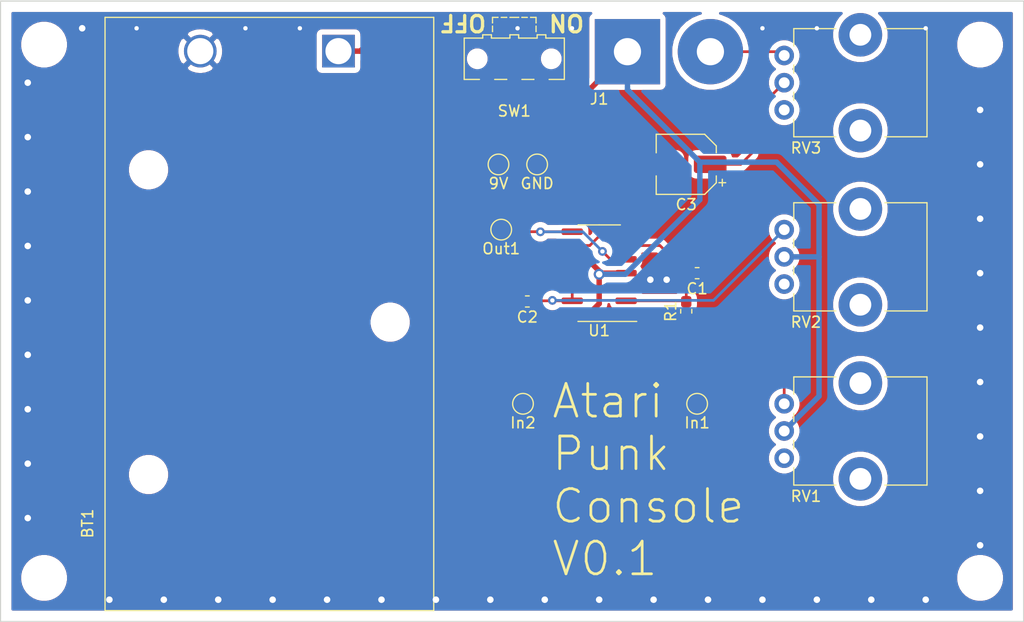
<source format=kicad_pcb>
(kicad_pcb (version 20171130) (host pcbnew "(5.1.4-0-10_14)")

  (general
    (thickness 1.6)
    (drawings 7)
    (tracks 113)
    (zones 0)
    (modules 23)
    (nets 11)
  )

  (page A4)
  (layers
    (0 F.Cu signal)
    (31 B.Cu signal)
    (32 B.Adhes user)
    (33 F.Adhes user)
    (34 B.Paste user)
    (35 F.Paste user)
    (36 B.SilkS user)
    (37 F.SilkS user)
    (38 B.Mask user)
    (39 F.Mask user)
    (40 Dwgs.User user)
    (41 Cmts.User user)
    (42 Eco1.User user)
    (43 Eco2.User user)
    (44 Edge.Cuts user)
    (45 Margin user)
    (46 B.CrtYd user)
    (47 F.CrtYd user)
    (48 B.Fab user)
    (49 F.Fab user)
  )

  (setup
    (last_trace_width 0.25)
    (trace_clearance 0.2)
    (zone_clearance 0.508)
    (zone_45_only no)
    (trace_min 0.2)
    (via_size 0.8)
    (via_drill 0.4)
    (via_min_size 0.4)
    (via_min_drill 0.3)
    (uvia_size 0.3)
    (uvia_drill 0.1)
    (uvias_allowed no)
    (uvia_min_size 0.2)
    (uvia_min_drill 0.1)
    (edge_width 0.05)
    (segment_width 0.2)
    (pcb_text_width 0.3)
    (pcb_text_size 1.5 1.5)
    (mod_edge_width 0.12)
    (mod_text_size 1 1)
    (mod_text_width 0.15)
    (pad_size 1.524 1.524)
    (pad_drill 0.762)
    (pad_to_mask_clearance 0.051)
    (solder_mask_min_width 0.25)
    (aux_axis_origin 85 102)
    (grid_origin 85 102)
    (visible_elements FFFFFF7F)
    (pcbplotparams
      (layerselection 0x010fc_ffffffff)
      (usegerberextensions false)
      (usegerberattributes false)
      (usegerberadvancedattributes false)
      (creategerberjobfile false)
      (excludeedgelayer true)
      (linewidth 0.100000)
      (plotframeref false)
      (viasonmask false)
      (mode 1)
      (useauxorigin false)
      (hpglpennumber 1)
      (hpglpenspeed 20)
      (hpglpendiameter 15.000000)
      (psnegative false)
      (psa4output false)
      (plotreference true)
      (plotvalue true)
      (plotinvisibletext false)
      (padsonsilk false)
      (subtractmaskfromsilk false)
      (outputformat 1)
      (mirror false)
      (drillshape 0)
      (scaleselection 1)
      (outputdirectory "PicknPlace/"))
  )

  (net 0 "")
  (net 1 "Net-(BT1-Pad1)")
  (net 2 GND)
  (net 3 "Net-(C1-Pad2)")
  (net 4 "Net-(C2-Pad1)")
  (net 5 "Net-(C3-Pad2)")
  (net 6 "Net-(C3-Pad1)")
  (net 7 "Net-(J1-Pad2)")
  (net 8 +9V)
  (net 9 "Net-(R1-Pad1)")
  (net 10 "Net-(TP3-Pad1)")

  (net_class Default "Dies ist die voreingestellte Netzklasse."
    (clearance 0.2)
    (trace_width 0.25)
    (via_dia 0.8)
    (via_drill 0.4)
    (uvia_dia 0.3)
    (uvia_drill 0.1)
    (add_net "Net-(C1-Pad2)")
    (add_net "Net-(C2-Pad1)")
    (add_net "Net-(C3-Pad1)")
    (add_net "Net-(C3-Pad2)")
    (add_net "Net-(J1-Pad2)")
    (add_net "Net-(R1-Pad1)")
    (add_net "Net-(TP3-Pad1)")
  )

  (net_class Power ""
    (clearance 0.3)
    (trace_width 0.5)
    (via_dia 1)
    (via_drill 0.6)
    (uvia_dia 0.3)
    (uvia_drill 0.1)
    (add_net +9V)
    (add_net GND)
    (add_net "Net-(BT1-Pad1)")
  )

  (module Fiducial:Fiducial_1mm_Mask2mm (layer F.Cu) (tedit 5C18CB26) (tstamp 5D916CD1)
    (at 91 54)
    (descr "Circular Fiducial, 1mm bare copper, 2mm soldermask opening (Level A)")
    (tags fiducial)
    (path /5D913AE4)
    (attr smd)
    (fp_text reference FID3 (at 0 -2) (layer F.SilkS) hide
      (effects (font (size 1 1) (thickness 0.15)))
    )
    (fp_text value Fiducial (at 0 2) (layer F.Fab)
      (effects (font (size 1 1) (thickness 0.15)))
    )
    (fp_circle (center 0 0) (end 1.25 0) (layer F.CrtYd) (width 0.05))
    (fp_text user %R (at 0 0) (layer F.Fab)
      (effects (font (size 0.4 0.4) (thickness 0.06)))
    )
    (fp_circle (center 0 0) (end 1 0) (layer F.Fab) (width 0.1))
    (pad "" smd circle (at 0 0) (size 1 1) (layers F.Cu F.Mask)
      (solder_mask_margin 0.5) (clearance 0.5))
  )

  (module Fiducial:Fiducial_1mm_Mask2mm (layer F.Cu) (tedit 5C18CB26) (tstamp 5D916CC9)
    (at 168 96)
    (descr "Circular Fiducial, 1mm bare copper, 2mm soldermask opening (Level A)")
    (tags fiducial)
    (path /5D9137E1)
    (attr smd)
    (fp_text reference FID2 (at 0 -2) (layer F.SilkS) hide
      (effects (font (size 1 1) (thickness 0.15)))
    )
    (fp_text value Fiducial (at 0 2) (layer F.Fab)
      (effects (font (size 1 1) (thickness 0.15)))
    )
    (fp_circle (center 0 0) (end 1.25 0) (layer F.CrtYd) (width 0.05))
    (fp_text user %R (at 0 0) (layer F.Fab)
      (effects (font (size 0.4 0.4) (thickness 0.06)))
    )
    (fp_circle (center 0 0) (end 1 0) (layer F.Fab) (width 0.1))
    (pad "" smd circle (at 0 0) (size 1 1) (layers F.Cu F.Mask)
      (solder_mask_margin 0.5) (clearance 0.5))
  )

  (module Fiducial:Fiducial_1mm_Mask2mm (layer F.Cu) (tedit 5C18CB26) (tstamp 5D916FB9)
    (at 172 54)
    (descr "Circular Fiducial, 1mm bare copper, 2mm soldermask opening (Level A)")
    (tags fiducial)
    (path /5D9131F7)
    (attr smd)
    (fp_text reference FID1 (at 0 -2) (layer F.SilkS) hide
      (effects (font (size 1 1) (thickness 0.15)))
    )
    (fp_text value Fiducial (at 0 2) (layer F.Fab)
      (effects (font (size 1 1) (thickness 0.15)))
    )
    (fp_circle (center 0 0) (end 1.25 0) (layer F.CrtYd) (width 0.05))
    (fp_text user %R (at 0 0) (layer F.Fab)
      (effects (font (size 0.4 0.4) (thickness 0.06)))
    )
    (fp_circle (center 0 0) (end 1 0) (layer F.Fab) (width 0.1))
    (pad "" smd circle (at 0 0) (size 1 1) (layers F.Cu F.Mask)
      (solder_mask_margin 0.5) (clearance 0.5))
  )

  (module Package_SO:SOIC-14_3.9x8.7mm_P1.27mm (layer F.Cu) (tedit 5C97300E) (tstamp 5D8F4578)
    (at 140 70 180)
    (descr "SOIC, 14 Pin (JEDEC MS-012AB, https://www.analog.com/media/en/package-pcb-resources/package/pkg_pdf/soic_narrow-r/r_14.pdf), generated with kicad-footprint-generator ipc_gullwing_generator.py")
    (tags "SOIC SO")
    (path /5D801BE1)
    (attr smd)
    (fp_text reference U1 (at 0 -5.28) (layer F.SilkS)
      (effects (font (size 1 1) (thickness 0.15)))
    )
    (fp_text value NE556 (at 0 5.28) (layer F.Fab)
      (effects (font (size 1 1) (thickness 0.15)))
    )
    (fp_text user %R (at 0 0) (layer F.Fab)
      (effects (font (size 0.98 0.98) (thickness 0.15)))
    )
    (fp_line (start 3.7 -4.58) (end -3.7 -4.58) (layer F.CrtYd) (width 0.05))
    (fp_line (start 3.7 4.58) (end 3.7 -4.58) (layer F.CrtYd) (width 0.05))
    (fp_line (start -3.7 4.58) (end 3.7 4.58) (layer F.CrtYd) (width 0.05))
    (fp_line (start -3.7 -4.58) (end -3.7 4.58) (layer F.CrtYd) (width 0.05))
    (fp_line (start -1.95 -3.35) (end -0.975 -4.325) (layer F.Fab) (width 0.1))
    (fp_line (start -1.95 4.325) (end -1.95 -3.35) (layer F.Fab) (width 0.1))
    (fp_line (start 1.95 4.325) (end -1.95 4.325) (layer F.Fab) (width 0.1))
    (fp_line (start 1.95 -4.325) (end 1.95 4.325) (layer F.Fab) (width 0.1))
    (fp_line (start -0.975 -4.325) (end 1.95 -4.325) (layer F.Fab) (width 0.1))
    (fp_line (start 0 -4.435) (end -3.45 -4.435) (layer F.SilkS) (width 0.12))
    (fp_line (start 0 -4.435) (end 1.95 -4.435) (layer F.SilkS) (width 0.12))
    (fp_line (start 0 4.435) (end -1.95 4.435) (layer F.SilkS) (width 0.12))
    (fp_line (start 0 4.435) (end 1.95 4.435) (layer F.SilkS) (width 0.12))
    (pad 14 smd roundrect (at 2.475 -3.81 180) (size 1.95 0.6) (layers F.Cu F.Paste F.Mask) (roundrect_rratio 0.25)
      (net 8 +9V))
    (pad 13 smd roundrect (at 2.475 -2.54 180) (size 1.95 0.6) (layers F.Cu F.Paste F.Mask) (roundrect_rratio 0.25)
      (net 4 "Net-(C2-Pad1)"))
    (pad 12 smd roundrect (at 2.475 -1.27 180) (size 1.95 0.6) (layers F.Cu F.Paste F.Mask) (roundrect_rratio 0.25)
      (net 4 "Net-(C2-Pad1)"))
    (pad 11 smd roundrect (at 2.475 0 180) (size 1.95 0.6) (layers F.Cu F.Paste F.Mask) (roundrect_rratio 0.25))
    (pad 10 smd roundrect (at 2.475 1.27 180) (size 1.95 0.6) (layers F.Cu F.Paste F.Mask) (roundrect_rratio 0.25)
      (net 8 +9V))
    (pad 9 smd roundrect (at 2.475 2.54 180) (size 1.95 0.6) (layers F.Cu F.Paste F.Mask) (roundrect_rratio 0.25)
      (net 5 "Net-(C3-Pad2)"))
    (pad 8 smd roundrect (at 2.475 3.81 180) (size 1.95 0.6) (layers F.Cu F.Paste F.Mask) (roundrect_rratio 0.25)
      (net 10 "Net-(TP3-Pad1)"))
    (pad 7 smd roundrect (at -2.475 3.81 180) (size 1.95 0.6) (layers F.Cu F.Paste F.Mask) (roundrect_rratio 0.25)
      (net 2 GND))
    (pad 6 smd roundrect (at -2.475 2.54 180) (size 1.95 0.6) (layers F.Cu F.Paste F.Mask) (roundrect_rratio 0.25)
      (net 3 "Net-(C1-Pad2)"))
    (pad 5 smd roundrect (at -2.475 1.27 180) (size 1.95 0.6) (layers F.Cu F.Paste F.Mask) (roundrect_rratio 0.25)
      (net 10 "Net-(TP3-Pad1)"))
    (pad 4 smd roundrect (at -2.475 0 180) (size 1.95 0.6) (layers F.Cu F.Paste F.Mask) (roundrect_rratio 0.25)
      (net 8 +9V))
    (pad 3 smd roundrect (at -2.475 -1.27 180) (size 1.95 0.6) (layers F.Cu F.Paste F.Mask) (roundrect_rratio 0.25))
    (pad 2 smd roundrect (at -2.475 -2.54 180) (size 1.95 0.6) (layers F.Cu F.Paste F.Mask) (roundrect_rratio 0.25)
      (net 3 "Net-(C1-Pad2)"))
    (pad 1 smd roundrect (at -2.475 -3.81 180) (size 1.95 0.6) (layers F.Cu F.Paste F.Mask) (roundrect_rratio 0.25)
      (net 9 "Net-(R1-Pad1)"))
    (model ${KISYS3DMOD}/Package_SO.3dshapes/SOIC-14_3.9x8.7mm_P1.27mm.wrl
      (at (xyz 0 0 0))
      (scale (xyz 1 1 1))
      (rotate (xyz 0 0 0))
    )
  )

  (module TestPoint:TestPoint_Pad_D1.5mm (layer F.Cu) (tedit 5A0F774F) (tstamp 5D8F3E23)
    (at 133 82)
    (descr "SMD pad as test Point, diameter 1.5mm")
    (tags "test point SMD pad")
    (path /5D8BBE50)
    (attr virtual)
    (fp_text reference TP5 (at 0 -1.648) (layer F.SilkS) hide
      (effects (font (size 1 1) (thickness 0.15)))
    )
    (fp_text value In2 (at 0 1.75) (layer F.SilkS)
      (effects (font (size 1 1) (thickness 0.15)))
    )
    (fp_circle (center 0 0) (end 0 0.95) (layer F.SilkS) (width 0.12))
    (fp_circle (center 0 0) (end 1.25 0) (layer F.CrtYd) (width 0.05))
    (fp_text user %R (at 0 -1.65) (layer F.Fab)
      (effects (font (size 1 1) (thickness 0.15)))
    )
    (pad 1 smd circle (at 0 0) (size 1.5 1.5) (layers F.Cu F.Mask)
      (net 4 "Net-(C2-Pad1)"))
  )

  (module TestPoint:TestPoint_Pad_D1.5mm (layer F.Cu) (tedit 5A0F774F) (tstamp 5D8F3E1B)
    (at 149 82)
    (descr "SMD pad as test Point, diameter 1.5mm")
    (tags "test point SMD pad")
    (path /5D8BF642)
    (attr virtual)
    (fp_text reference TP4 (at 0 -1.648) (layer F.SilkS) hide
      (effects (font (size 1 1) (thickness 0.15)))
    )
    (fp_text value In1 (at 0 1.75) (layer F.SilkS)
      (effects (font (size 1 1) (thickness 0.15)))
    )
    (fp_circle (center 0 0) (end 0 0.95) (layer F.SilkS) (width 0.12))
    (fp_circle (center 0 0) (end 1.25 0) (layer F.CrtYd) (width 0.05))
    (fp_text user %R (at 0 -1.65) (layer F.Fab)
      (effects (font (size 1 1) (thickness 0.15)))
    )
    (pad 1 smd circle (at 0 0) (size 1.5 1.5) (layers F.Cu F.Mask)
      (net 9 "Net-(R1-Pad1)"))
  )

  (module TestPoint:TestPoint_Pad_D1.5mm (layer F.Cu) (tedit 5A0F774F) (tstamp 5D8F3E13)
    (at 131 66)
    (descr "SMD pad as test Point, diameter 1.5mm")
    (tags "test point SMD pad")
    (path /5D899D42)
    (attr virtual)
    (fp_text reference TP3 (at 0 -1.648) (layer F.SilkS) hide
      (effects (font (size 1 1) (thickness 0.15)))
    )
    (fp_text value Out1 (at 0 1.75) (layer F.SilkS)
      (effects (font (size 1 1) (thickness 0.15)))
    )
    (fp_circle (center 0 0) (end 0 0.95) (layer F.SilkS) (width 0.12))
    (fp_circle (center 0 0) (end 1.25 0) (layer F.CrtYd) (width 0.05))
    (fp_text user %R (at 0 -1.65) (layer F.Fab)
      (effects (font (size 1 1) (thickness 0.15)))
    )
    (pad 1 smd circle (at 0 0) (size 1.5 1.5) (layers F.Cu F.Mask)
      (net 10 "Net-(TP3-Pad1)"))
  )

  (module TestPoint:TestPoint_Pad_D1.5mm (layer F.Cu) (tedit 5A0F774F) (tstamp 5D8F3E0B)
    (at 134.3 60.01)
    (descr "SMD pad as test Point, diameter 1.5mm")
    (tags "test point SMD pad")
    (path /5D891CD6)
    (attr virtual)
    (fp_text reference TP2 (at 0 -1.648) (layer F.SilkS) hide
      (effects (font (size 1 1) (thickness 0.15)))
    )
    (fp_text value GND (at 0 1.75) (layer F.SilkS)
      (effects (font (size 1 1) (thickness 0.15)))
    )
    (fp_circle (center 0 0) (end 0 0.95) (layer F.SilkS) (width 0.12))
    (fp_circle (center 0 0) (end 1.25 0) (layer F.CrtYd) (width 0.05))
    (fp_text user %R (at 0 -1.65) (layer F.Fab)
      (effects (font (size 1 1) (thickness 0.15)))
    )
    (pad 1 smd circle (at 0 0) (size 1.5 1.5) (layers F.Cu F.Mask)
      (net 2 GND))
  )

  (module TestPoint:TestPoint_Pad_D1.5mm (layer F.Cu) (tedit 5A0F774F) (tstamp 5D8F3E03)
    (at 130.75 60.01)
    (descr "SMD pad as test Point, diameter 1.5mm")
    (tags "test point SMD pad")
    (path /5D88E671)
    (attr virtual)
    (fp_text reference TP1 (at 0 -1.648) (layer F.SilkS) hide
      (effects (font (size 1 1) (thickness 0.15)))
    )
    (fp_text value 9V (at 0 1.75) (layer F.SilkS)
      (effects (font (size 1 1) (thickness 0.15)))
    )
    (fp_circle (center 0 0) (end 0 0.95) (layer F.SilkS) (width 0.12))
    (fp_circle (center 0 0) (end 1.25 0) (layer F.CrtYd) (width 0.05))
    (fp_text user %R (at 0 -1.65) (layer F.Fab)
      (effects (font (size 1 1) (thickness 0.15)))
    )
    (pad 1 smd circle (at 0 0) (size 1.5 1.5) (layers F.Cu F.Mask)
      (net 8 +9V))
  )

  (module Button_Switch_SMD:SW_SPDT_CK-JS102011SAQN (layer F.Cu) (tedit 5A02FC95) (tstamp 5D8F3DFB)
    (at 132.2 50.3 180)
    (descr "Sub-miniature slide switch, right-angle, http://www.ckswitches.com/media/1422/js.pdf")
    (tags "switch spdt")
    (path /5D80B453)
    (attr smd)
    (fp_text reference SW1 (at 0 -4.8) (layer F.SilkS)
      (effects (font (size 1 1) (thickness 0.15)))
    )
    (fp_text value SW_SPDT (at 0 -2.9) (layer F.Fab)
      (effects (font (size 1 1) (thickness 0.15)))
    )
    (fp_line (start -0.4 3.8) (end -0.4 3.8) (layer F.SilkS) (width 0.12))
    (fp_line (start 0.4 3.8) (end -0.4 3.8) (layer F.SilkS) (width 0.12))
    (fp_line (start 0.7 3.8) (end 0.7 3.8) (layer F.SilkS) (width 0.12))
    (fp_line (start 1.2 3.8) (end 0.7 3.8) (layer F.SilkS) (width 0.12))
    (fp_line (start -0.7 3.8) (end -0.7 3.8) (layer F.SilkS) (width 0.12))
    (fp_line (start -1.2 3.8) (end -0.7 3.8) (layer F.SilkS) (width 0.12))
    (fp_line (start -2 2.5) (end -2 2.5) (layer F.SilkS) (width 0.12))
    (fp_line (start -2 3) (end -2 2.5) (layer F.SilkS) (width 0.12))
    (fp_line (start 2 2.5) (end 2 2.5) (layer F.SilkS) (width 0.12))
    (fp_line (start 2 3) (end 2 2.5) (layer F.SilkS) (width 0.12))
    (fp_line (start 2 3.3) (end 2 3.3) (layer F.SilkS) (width 0.12))
    (fp_line (start 2 3.8) (end 2 3.3) (layer F.SilkS) (width 0.12))
    (fp_line (start 1.5 3.8) (end 1.5 3.8) (layer F.SilkS) (width 0.12))
    (fp_line (start 2 3.8) (end 1.5 3.8) (layer F.SilkS) (width 0.12))
    (fp_line (start -1.5 3.8) (end -1.5 3.8) (layer F.SilkS) (width 0.12))
    (fp_line (start -2 3.8) (end -1.5 3.8) (layer F.SilkS) (width 0.12))
    (fp_line (start -2 3.3) (end -2 3.3) (layer F.SilkS) (width 0.12))
    (fp_line (start -2 3.8) (end -2 3.3) (layer F.SilkS) (width 0.12))
    (fp_line (start -5 -2.25) (end -5 -2.25) (layer F.CrtYd) (width 0.05))
    (fp_line (start -3.5 -2.25) (end -5 -2.25) (layer F.CrtYd) (width 0.05))
    (fp_line (start -3.5 -4.5) (end -3.5 -2.25) (layer F.CrtYd) (width 0.05))
    (fp_line (start 3.5 -4.5) (end -3.5 -4.5) (layer F.CrtYd) (width 0.05))
    (fp_line (start 3.5 -2.25) (end 3.5 -4.5) (layer F.CrtYd) (width 0.05))
    (fp_line (start 5 -2.25) (end 3.5 -2.25) (layer F.CrtYd) (width 0.05))
    (fp_line (start 5 2.25) (end 5 -2.25) (layer F.CrtYd) (width 0.05))
    (fp_line (start 3.25 2.25) (end 5 2.25) (layer F.CrtYd) (width 0.05))
    (fp_line (start 3.25 2.5) (end 3.25 2.25) (layer F.CrtYd) (width 0.05))
    (fp_line (start 2.5 2.5) (end 3.25 2.5) (layer F.CrtYd) (width 0.05))
    (fp_line (start 2.5 4.25) (end 2.5 2.5) (layer F.CrtYd) (width 0.05))
    (fp_line (start -2.5 4.25) (end 2.5 4.25) (layer F.CrtYd) (width 0.05))
    (fp_line (start -2.5 2.75) (end -2.5 4.25) (layer F.CrtYd) (width 0.05))
    (fp_line (start -3.25 2.75) (end -2.5 2.75) (layer F.CrtYd) (width 0.05))
    (fp_line (start -3.25 2.25) (end -3.25 2.75) (layer F.CrtYd) (width 0.05))
    (fp_line (start -5 2.25) (end -3.25 2.25) (layer F.CrtYd) (width 0.05))
    (fp_line (start -5 -2.25) (end -5 2.25) (layer F.CrtYd) (width 0.05))
    (fp_line (start -2 1.8) (end -2 1.8) (layer F.Fab) (width 0.1))
    (fp_line (start -2 3.8) (end -2 1.8) (layer F.Fab) (width 0.1))
    (fp_line (start -0.5 3.8) (end -2 3.8) (layer F.Fab) (width 0.1))
    (fp_line (start -0.5 1.8) (end -0.5 3.8) (layer F.Fab) (width 0.1))
    (fp_line (start -4.6 1.9) (end -4.6 1.9) (layer F.SilkS) (width 0.12))
    (fp_line (start -2.9 1.9) (end -4.6 1.9) (layer F.SilkS) (width 0.12))
    (fp_line (start -2.9 2.2) (end -2.9 1.9) (layer F.SilkS) (width 0.12))
    (fp_line (start -2.1 2.2) (end -2.9 2.2) (layer F.SilkS) (width 0.12))
    (fp_line (start -2.1 1.9) (end -2.1 2.2) (layer F.SilkS) (width 0.12))
    (fp_line (start -0.4 1.9) (end -2.1 1.9) (layer F.SilkS) (width 0.12))
    (fp_line (start -0.4 2.2) (end -0.4 1.9) (layer F.SilkS) (width 0.12))
    (fp_line (start 0.4 2.2) (end -0.4 2.2) (layer F.SilkS) (width 0.12))
    (fp_line (start 0.4 1.9) (end 0.4 2.2) (layer F.SilkS) (width 0.12))
    (fp_line (start 2.1 1.9) (end 0.4 1.9) (layer F.SilkS) (width 0.12))
    (fp_line (start 2.1 2.2) (end 2.1 1.9) (layer F.SilkS) (width 0.12))
    (fp_line (start 2.9 2.2) (end 2.1 2.2) (layer F.SilkS) (width 0.12))
    (fp_line (start 2.9 1.9) (end 2.9 2.2) (layer F.SilkS) (width 0.12))
    (fp_line (start 4.6 1.9) (end 2.9 1.9) (layer F.SilkS) (width 0.12))
    (fp_line (start 2.8 1.8) (end 2.8 1.8) (layer F.Fab) (width 0.1))
    (fp_line (start 2.8 2.1) (end 2.8 1.8) (layer F.Fab) (width 0.1))
    (fp_line (start 2.2 2.1) (end 2.8 2.1) (layer F.Fab) (width 0.1))
    (fp_line (start 2.2 1.8) (end 2.2 2.1) (layer F.Fab) (width 0.1))
    (fp_line (start -2.8 1.8) (end -2.8 1.8) (layer F.Fab) (width 0.1))
    (fp_line (start -2.8 2.1) (end -2.8 1.8) (layer F.Fab) (width 0.1))
    (fp_line (start -2.2 2.1) (end -2.8 2.1) (layer F.Fab) (width 0.1))
    (fp_line (start -2.2 1.8) (end -2.2 2.1) (layer F.Fab) (width 0.1))
    (fp_line (start -0.3 1.8) (end -0.3 1.8) (layer F.Fab) (width 0.1))
    (fp_line (start -0.3 2.1) (end -0.3 1.8) (layer F.Fab) (width 0.1))
    (fp_line (start 0.3 2.1) (end -0.3 2.1) (layer F.Fab) (width 0.1))
    (fp_line (start 0.3 1.8) (end 0.3 2.1) (layer F.Fab) (width 0.1))
    (fp_line (start -1.8 -1.9) (end -1.8 -1.9) (layer F.SilkS) (width 0.12))
    (fp_line (start -0.7 -1.9) (end -1.8 -1.9) (layer F.SilkS) (width 0.12))
    (fp_line (start 0.7 -1.9) (end 0.7 -1.9) (layer F.SilkS) (width 0.12))
    (fp_line (start 1.8 -1.9) (end 0.7 -1.9) (layer F.SilkS) (width 0.12))
    (fp_line (start -4.6 -1.9) (end -3.2 -1.9) (layer F.SilkS) (width 0.12))
    (fp_line (start -4.6 1.9) (end -4.6 -1.9) (layer F.SilkS) (width 0.12))
    (fp_line (start 4.6 -1.9) (end 4.6 1.9) (layer F.SilkS) (width 0.12))
    (fp_line (start 3.2 -1.9) (end 4.6 -1.9) (layer F.SilkS) (width 0.12))
    (fp_line (start -1.5 1.8) (end -1.5 1.8) (layer F.Fab) (width 0.1))
    (fp_text user %R (at 0 0) (layer F.Fab)
      (effects (font (size 1 1) (thickness 0.15)))
    )
    (fp_line (start -4.5 1.8) (end -4.5 1.8) (layer F.Fab) (width 0.1))
    (fp_line (start -4.5 -1.8) (end -4.5 1.8) (layer F.Fab) (width 0.1))
    (fp_line (start -4.5 1.8) (end -4.5 1.8) (layer F.Fab) (width 0.1))
    (fp_line (start -4.4 1.8) (end -4.5 1.8) (layer F.Fab) (width 0.1))
    (fp_line (start 4.5 1.8) (end -4.4 1.8) (layer F.Fab) (width 0.1))
    (fp_line (start 4.5 -1.8) (end 4.5 1.8) (layer F.Fab) (width 0.1))
    (fp_line (start -4.5 -1.8) (end 4.5 -1.8) (layer F.Fab) (width 0.1))
    (pad "" np_thru_hole circle (at 3.4 0 180) (size 0.9 0.9) (drill 0.9) (layers *.Cu *.Mask))
    (pad "" np_thru_hole circle (at -3.4 0 180) (size 0.9 0.9) (drill 0.9) (layers *.Cu *.Mask))
    (pad 3 smd rect (at 2.5 -2.75 180) (size 1.25 2.5) (layers F.Cu F.Paste F.Mask))
    (pad 2 smd rect (at 0 -2.75 180) (size 1.25 2.5) (layers F.Cu F.Paste F.Mask)
      (net 1 "Net-(BT1-Pad1)"))
    (pad 1 smd rect (at -2.5 -2.75 180) (size 1.25 2.5) (layers F.Cu F.Paste F.Mask)
      (net 8 +9V))
    (model ${KISYS3DMOD}/Button_Switch_SMD.3dshapes/SW_SPDT_CK-JS102011SAQN.wrl
      (at (xyz 0 0 0))
      (scale (xyz 1 1 1))
      (rotate (xyz 0 0 0))
    )
  )

  (module Potentiometer_THT:Potentiometer_Bourns_PTV09A-1_Single_Vertical (layer F.Cu) (tedit 5A3D4993) (tstamp 5D8F3DA0)
    (at 157 55)
    (descr "Potentiometer, vertical, Bourns PTV09A-1 Single, http://www.bourns.com/docs/Product-Datasheets/ptv09.pdf")
    (tags "Potentiometer vertical Bourns PTV09A-1 Single")
    (path /5D805156)
    (fp_text reference RV3 (at 2 3.5) (layer F.SilkS)
      (effects (font (size 1 1) (thickness 0.15)))
    )
    (fp_text value 5K (at 6.05 5.15) (layer F.Fab)
      (effects (font (size 1 1) (thickness 0.15)))
    )
    (fp_text user %R (at 2 -2.5 90) (layer F.Fab)
      (effects (font (size 1 1) (thickness 0.15)))
    )
    (fp_line (start 13.25 -9.15) (end -1.15 -9.15) (layer F.CrtYd) (width 0.05))
    (fp_line (start 13.25 4.15) (end 13.25 -9.15) (layer F.CrtYd) (width 0.05))
    (fp_line (start -1.15 4.15) (end 13.25 4.15) (layer F.CrtYd) (width 0.05))
    (fp_line (start -1.15 -9.15) (end -1.15 4.15) (layer F.CrtYd) (width 0.05))
    (fp_line (start 13.12 -7.47) (end 13.12 2.47) (layer F.SilkS) (width 0.12))
    (fp_line (start 0.88 0.87) (end 0.88 2.47) (layer F.SilkS) (width 0.12))
    (fp_line (start 0.88 -1.629) (end 0.88 -0.87) (layer F.SilkS) (width 0.12))
    (fp_line (start 0.88 -4.129) (end 0.88 -3.37) (layer F.SilkS) (width 0.12))
    (fp_line (start 0.88 -7.47) (end 0.88 -5.871) (layer F.SilkS) (width 0.12))
    (fp_line (start 9.255 2.47) (end 13.12 2.47) (layer F.SilkS) (width 0.12))
    (fp_line (start 0.88 2.47) (end 4.745 2.47) (layer F.SilkS) (width 0.12))
    (fp_line (start 9.255 -7.47) (end 13.12 -7.47) (layer F.SilkS) (width 0.12))
    (fp_line (start 0.88 -7.47) (end 4.745 -7.47) (layer F.SilkS) (width 0.12))
    (fp_line (start 13 -7.35) (end 1 -7.35) (layer F.Fab) (width 0.1))
    (fp_line (start 13 2.35) (end 13 -7.35) (layer F.Fab) (width 0.1))
    (fp_line (start 1 2.35) (end 13 2.35) (layer F.Fab) (width 0.1))
    (fp_line (start 1 -7.35) (end 1 2.35) (layer F.Fab) (width 0.1))
    (fp_circle (center 7.5 -2.5) (end 10.5 -2.5) (layer F.Fab) (width 0.1))
    (pad "" np_thru_hole circle (at 7 1.9) (size 4 4) (drill 2) (layers *.Cu *.Mask))
    (pad "" np_thru_hole circle (at 7 -6.9) (size 4 4) (drill 2) (layers *.Cu *.Mask))
    (pad 1 thru_hole circle (at 0 0) (size 1.8 1.8) (drill 1) (layers *.Cu *.Mask))
    (pad 2 thru_hole circle (at 0 -2.5) (size 1.8 1.8) (drill 1) (layers *.Cu *.Mask)
      (net 6 "Net-(C3-Pad1)"))
    (pad 3 thru_hole circle (at 0 -5) (size 1.8 1.8) (drill 1) (layers *.Cu *.Mask)
      (net 7 "Net-(J1-Pad2)"))
    (model ${KISYS3DMOD}/Potentiometer_THT.3dshapes/Potentiometer_Bourns_PTV09A-1_Single_Vertical.wrl
      (at (xyz 0 0 0))
      (scale (xyz 1 1 1))
      (rotate (xyz 0 0 0))
    )
  )

  (module Potentiometer_THT:Potentiometer_Bourns_PTV09A-1_Single_Vertical (layer F.Cu) (tedit 5A3D4993) (tstamp 5D8F3D84)
    (at 157 71)
    (descr "Potentiometer, vertical, Bourns PTV09A-1 Single, http://www.bourns.com/docs/Product-Datasheets/ptv09.pdf")
    (tags "Potentiometer vertical Bourns PTV09A-1 Single")
    (path /5D803438)
    (fp_text reference RV2 (at 2 3.5) (layer F.SilkS)
      (effects (font (size 1 1) (thickness 0.15)))
    )
    (fp_text value 1M (at 6.05 5.15) (layer F.Fab)
      (effects (font (size 1 1) (thickness 0.15)))
    )
    (fp_text user %R (at 2 -2.5 90) (layer F.Fab)
      (effects (font (size 1 1) (thickness 0.15)))
    )
    (fp_line (start 13.25 -9.15) (end -1.15 -9.15) (layer F.CrtYd) (width 0.05))
    (fp_line (start 13.25 4.15) (end 13.25 -9.15) (layer F.CrtYd) (width 0.05))
    (fp_line (start -1.15 4.15) (end 13.25 4.15) (layer F.CrtYd) (width 0.05))
    (fp_line (start -1.15 -9.15) (end -1.15 4.15) (layer F.CrtYd) (width 0.05))
    (fp_line (start 13.12 -7.47) (end 13.12 2.47) (layer F.SilkS) (width 0.12))
    (fp_line (start 0.88 0.87) (end 0.88 2.47) (layer F.SilkS) (width 0.12))
    (fp_line (start 0.88 -1.629) (end 0.88 -0.87) (layer F.SilkS) (width 0.12))
    (fp_line (start 0.88 -4.129) (end 0.88 -3.37) (layer F.SilkS) (width 0.12))
    (fp_line (start 0.88 -7.47) (end 0.88 -5.871) (layer F.SilkS) (width 0.12))
    (fp_line (start 9.255 2.47) (end 13.12 2.47) (layer F.SilkS) (width 0.12))
    (fp_line (start 0.88 2.47) (end 4.745 2.47) (layer F.SilkS) (width 0.12))
    (fp_line (start 9.255 -7.47) (end 13.12 -7.47) (layer F.SilkS) (width 0.12))
    (fp_line (start 0.88 -7.47) (end 4.745 -7.47) (layer F.SilkS) (width 0.12))
    (fp_line (start 13 -7.35) (end 1 -7.35) (layer F.Fab) (width 0.1))
    (fp_line (start 13 2.35) (end 13 -7.35) (layer F.Fab) (width 0.1))
    (fp_line (start 1 2.35) (end 13 2.35) (layer F.Fab) (width 0.1))
    (fp_line (start 1 -7.35) (end 1 2.35) (layer F.Fab) (width 0.1))
    (fp_circle (center 7.5 -2.5) (end 10.5 -2.5) (layer F.Fab) (width 0.1))
    (pad "" np_thru_hole circle (at 7 1.9) (size 4 4) (drill 2) (layers *.Cu *.Mask))
    (pad "" np_thru_hole circle (at 7 -6.9) (size 4 4) (drill 2) (layers *.Cu *.Mask))
    (pad 1 thru_hole circle (at 0 0) (size 1.8 1.8) (drill 1) (layers *.Cu *.Mask))
    (pad 2 thru_hole circle (at 0 -2.5) (size 1.8 1.8) (drill 1) (layers *.Cu *.Mask)
      (net 8 +9V))
    (pad 3 thru_hole circle (at 0 -5) (size 1.8 1.8) (drill 1) (layers *.Cu *.Mask)
      (net 4 "Net-(C2-Pad1)"))
    (model ${KISYS3DMOD}/Potentiometer_THT.3dshapes/Potentiometer_Bourns_PTV09A-1_Single_Vertical.wrl
      (at (xyz 0 0 0))
      (scale (xyz 1 1 1))
      (rotate (xyz 0 0 0))
    )
  )

  (module Potentiometer_THT:Potentiometer_Bourns_PTV09A-1_Single_Vertical (layer F.Cu) (tedit 5A3D4993) (tstamp 5D8F3D68)
    (at 157 87)
    (descr "Potentiometer, vertical, Bourns PTV09A-1 Single, http://www.bourns.com/docs/Product-Datasheets/ptv09.pdf")
    (tags "Potentiometer vertical Bourns PTV09A-1 Single")
    (path /5D80479C)
    (fp_text reference RV1 (at 2 3.5) (layer F.SilkS)
      (effects (font (size 1 1) (thickness 0.15)))
    )
    (fp_text value 1M (at 6.05 5.15) (layer F.Fab)
      (effects (font (size 1 1) (thickness 0.15)))
    )
    (fp_text user %R (at 2 -2.5 90) (layer F.Fab)
      (effects (font (size 1 1) (thickness 0.15)))
    )
    (fp_line (start 13.25 -9.15) (end -1.15 -9.15) (layer F.CrtYd) (width 0.05))
    (fp_line (start 13.25 4.15) (end 13.25 -9.15) (layer F.CrtYd) (width 0.05))
    (fp_line (start -1.15 4.15) (end 13.25 4.15) (layer F.CrtYd) (width 0.05))
    (fp_line (start -1.15 -9.15) (end -1.15 4.15) (layer F.CrtYd) (width 0.05))
    (fp_line (start 13.12 -7.47) (end 13.12 2.47) (layer F.SilkS) (width 0.12))
    (fp_line (start 0.88 0.87) (end 0.88 2.47) (layer F.SilkS) (width 0.12))
    (fp_line (start 0.88 -1.629) (end 0.88 -0.87) (layer F.SilkS) (width 0.12))
    (fp_line (start 0.88 -4.129) (end 0.88 -3.37) (layer F.SilkS) (width 0.12))
    (fp_line (start 0.88 -7.47) (end 0.88 -5.871) (layer F.SilkS) (width 0.12))
    (fp_line (start 9.255 2.47) (end 13.12 2.47) (layer F.SilkS) (width 0.12))
    (fp_line (start 0.88 2.47) (end 4.745 2.47) (layer F.SilkS) (width 0.12))
    (fp_line (start 9.255 -7.47) (end 13.12 -7.47) (layer F.SilkS) (width 0.12))
    (fp_line (start 0.88 -7.47) (end 4.745 -7.47) (layer F.SilkS) (width 0.12))
    (fp_line (start 13 -7.35) (end 1 -7.35) (layer F.Fab) (width 0.1))
    (fp_line (start 13 2.35) (end 13 -7.35) (layer F.Fab) (width 0.1))
    (fp_line (start 1 2.35) (end 13 2.35) (layer F.Fab) (width 0.1))
    (fp_line (start 1 -7.35) (end 1 2.35) (layer F.Fab) (width 0.1))
    (fp_circle (center 7.5 -2.5) (end 10.5 -2.5) (layer F.Fab) (width 0.1))
    (pad "" np_thru_hole circle (at 7 1.9) (size 4 4) (drill 2) (layers *.Cu *.Mask))
    (pad "" np_thru_hole circle (at 7 -6.9) (size 4 4) (drill 2) (layers *.Cu *.Mask))
    (pad 1 thru_hole circle (at 0 0) (size 1.8 1.8) (drill 1) (layers *.Cu *.Mask))
    (pad 2 thru_hole circle (at 0 -2.5) (size 1.8 1.8) (drill 1) (layers *.Cu *.Mask)
      (net 8 +9V))
    (pad 3 thru_hole circle (at 0 -5) (size 1.8 1.8) (drill 1) (layers *.Cu *.Mask)
      (net 9 "Net-(R1-Pad1)"))
    (model ${KISYS3DMOD}/Potentiometer_THT.3dshapes/Potentiometer_Bourns_PTV09A-1_Single_Vertical.wrl
      (at (xyz 0 0 0))
      (scale (xyz 1 1 1))
      (rotate (xyz 0 0 0))
    )
  )

  (module Resistor_SMD:R_0603_1608Metric_Pad1.05x0.95mm_HandSolder (layer F.Cu) (tedit 5B301BBD) (tstamp 5D8F3D4C)
    (at 148 73.5 90)
    (descr "Resistor SMD 0603 (1608 Metric), square (rectangular) end terminal, IPC_7351 nominal with elongated pad for handsoldering. (Body size source: http://www.tortai-tech.com/upload/download/2011102023233369053.pdf), generated with kicad-footprint-generator")
    (tags "resistor handsolder")
    (path /5D8058FA)
    (attr smd)
    (fp_text reference R1 (at 0 -1.43 90) (layer F.SilkS)
      (effects (font (size 1 1) (thickness 0.15)))
    )
    (fp_text value 1K (at 0 1.43 90) (layer F.Fab)
      (effects (font (size 1 1) (thickness 0.15)))
    )
    (fp_text user %R (at 0 0 90) (layer F.Fab)
      (effects (font (size 0.4 0.4) (thickness 0.06)))
    )
    (fp_line (start 1.65 0.73) (end -1.65 0.73) (layer F.CrtYd) (width 0.05))
    (fp_line (start 1.65 -0.73) (end 1.65 0.73) (layer F.CrtYd) (width 0.05))
    (fp_line (start -1.65 -0.73) (end 1.65 -0.73) (layer F.CrtYd) (width 0.05))
    (fp_line (start -1.65 0.73) (end -1.65 -0.73) (layer F.CrtYd) (width 0.05))
    (fp_line (start -0.171267 0.51) (end 0.171267 0.51) (layer F.SilkS) (width 0.12))
    (fp_line (start -0.171267 -0.51) (end 0.171267 -0.51) (layer F.SilkS) (width 0.12))
    (fp_line (start 0.8 0.4) (end -0.8 0.4) (layer F.Fab) (width 0.1))
    (fp_line (start 0.8 -0.4) (end 0.8 0.4) (layer F.Fab) (width 0.1))
    (fp_line (start -0.8 -0.4) (end 0.8 -0.4) (layer F.Fab) (width 0.1))
    (fp_line (start -0.8 0.4) (end -0.8 -0.4) (layer F.Fab) (width 0.1))
    (pad 2 smd roundrect (at 0.875 0 90) (size 1.05 0.95) (layers F.Cu F.Paste F.Mask) (roundrect_rratio 0.25)
      (net 3 "Net-(C1-Pad2)"))
    (pad 1 smd roundrect (at -0.875 0 90) (size 1.05 0.95) (layers F.Cu F.Paste F.Mask) (roundrect_rratio 0.25)
      (net 9 "Net-(R1-Pad1)"))
    (model ${KISYS3DMOD}/Resistor_SMD.3dshapes/R_0603_1608Metric.wrl
      (at (xyz 0 0 0))
      (scale (xyz 1 1 1))
      (rotate (xyz 0 0 0))
    )
  )

  (module Connector_Wire:SolderWirePad_1x02_P7.62mm_Drill2.5mm (layer F.Cu) (tedit 5AEE5F2F) (tstamp 5D8F421A)
    (at 142.6 49.65)
    (descr "Wire solder connection")
    (tags connector)
    (path /5D808D69)
    (attr virtual)
    (fp_text reference J1 (at -2.6 4.35) (layer F.SilkS)
      (effects (font (size 1 1) (thickness 0.15)))
    )
    (fp_text value Conn_01x02 (at 3.81 4.445) (layer F.Fab)
      (effects (font (size 1 1) (thickness 0.15)))
    )
    (fp_line (start 11.12 3.5) (end -3.5 3.5) (layer F.CrtYd) (width 0.05))
    (fp_line (start 11.12 3.5) (end 11.12 -3.5) (layer F.CrtYd) (width 0.05))
    (fp_line (start -3.5 -3.5) (end -3.5 3.5) (layer F.CrtYd) (width 0.05))
    (fp_line (start -3.5 -3.5) (end 11.12 -3.5) (layer F.CrtYd) (width 0.05))
    (fp_text user %R (at 3.85 -3.9) (layer F.Fab)
      (effects (font (size 1 1) (thickness 0.15)))
    )
    (pad 2 thru_hole circle (at 7.62 0) (size 5.99948 5.99948) (drill 2.49936) (layers *.Cu *.Mask)
      (net 7 "Net-(J1-Pad2)"))
    (pad 1 thru_hole rect (at 0 0) (size 5.99948 5.99948) (drill 2.49936) (layers *.Cu *.Mask)
      (net 8 +9V))
  )

  (module MountingHole:MountingHole_3.2mm_M3 (layer F.Cu) (tedit 56D1B4CB) (tstamp 5D8F3D30)
    (at 175 98)
    (descr "Mounting Hole 3.2mm, no annular, M3")
    (tags "mounting hole 3.2mm no annular m3")
    (path /5D82B8FB)
    (attr virtual)
    (fp_text reference H4 (at 0 -4.2) (layer F.SilkS) hide
      (effects (font (size 1 1) (thickness 0.15)))
    )
    (fp_text value MountingHole (at 0 4.2) (layer F.Fab) hide
      (effects (font (size 1 1) (thickness 0.15)))
    )
    (fp_circle (center 0 0) (end 3.45 0) (layer F.CrtYd) (width 0.05))
    (fp_circle (center 0 0) (end 3.2 0) (layer Cmts.User) (width 0.15))
    (fp_text user %R (at 0.3 0) (layer F.Fab)
      (effects (font (size 1 1) (thickness 0.15)))
    )
    (pad 1 np_thru_hole circle (at 0 0) (size 3.2 3.2) (drill 3.2) (layers *.Cu *.Mask))
  )

  (module MountingHole:MountingHole_3.2mm_M3 (layer F.Cu) (tedit 56D1B4CB) (tstamp 5D8F3D28)
    (at 89 98)
    (descr "Mounting Hole 3.2mm, no annular, M3")
    (tags "mounting hole 3.2mm no annular m3")
    (path /5D82B570)
    (attr virtual)
    (fp_text reference H3 (at 0 -4.2) (layer F.SilkS) hide
      (effects (font (size 1 1) (thickness 0.15)))
    )
    (fp_text value MountingHole (at 0 4.2) (layer F.Fab) hide
      (effects (font (size 1 1) (thickness 0.15)))
    )
    (fp_circle (center 0 0) (end 3.45 0) (layer F.CrtYd) (width 0.05))
    (fp_circle (center 0 0) (end 3.2 0) (layer Cmts.User) (width 0.15))
    (fp_text user %R (at 0.3 0) (layer F.Fab)
      (effects (font (size 1 1) (thickness 0.15)))
    )
    (pad 1 np_thru_hole circle (at 0 0) (size 3.2 3.2) (drill 3.2) (layers *.Cu *.Mask))
  )

  (module MountingHole:MountingHole_3.2mm_M3 (layer F.Cu) (tedit 56D1B4CB) (tstamp 5D8F3D20)
    (at 89 49)
    (descr "Mounting Hole 3.2mm, no annular, M3")
    (tags "mounting hole 3.2mm no annular m3")
    (path /5D82A873)
    (attr virtual)
    (fp_text reference H2 (at 0 -4.2) (layer F.SilkS) hide
      (effects (font (size 1 1) (thickness 0.15)))
    )
    (fp_text value MountingHole (at 0 4.2) (layer F.Fab) hide
      (effects (font (size 1 1) (thickness 0.15)))
    )
    (fp_circle (center 0 0) (end 3.45 0) (layer F.CrtYd) (width 0.05))
    (fp_circle (center 0 0) (end 3.2 0) (layer Cmts.User) (width 0.15))
    (fp_text user %R (at 0.3 0) (layer F.Fab)
      (effects (font (size 1 1) (thickness 0.15)))
    )
    (pad 1 np_thru_hole circle (at 0 0) (size 3.2 3.2) (drill 3.2) (layers *.Cu *.Mask))
  )

  (module MountingHole:MountingHole_3.2mm_M3 (layer F.Cu) (tedit 56D1B4CB) (tstamp 5D8F3D18)
    (at 175 49)
    (descr "Mounting Hole 3.2mm, no annular, M3")
    (tags "mounting hole 3.2mm no annular m3")
    (path /5D82BC64)
    (attr virtual)
    (fp_text reference H1 (at 0 -4.2) (layer F.SilkS) hide
      (effects (font (size 1 1) (thickness 0.15)))
    )
    (fp_text value MountingHole (at 0 4.2) (layer F.Fab) hide
      (effects (font (size 1 1) (thickness 0.15)))
    )
    (fp_circle (center 0 0) (end 3.45 0) (layer F.CrtYd) (width 0.05))
    (fp_circle (center 0 0) (end 3.2 0) (layer Cmts.User) (width 0.15))
    (fp_text user %R (at 0.3 0) (layer F.Fab)
      (effects (font (size 1 1) (thickness 0.15)))
    )
    (pad 1 np_thru_hole circle (at 0 0) (size 3.2 3.2) (drill 3.2) (layers *.Cu *.Mask))
  )

  (module Capacitor_SMD:CP_Elec_5x3 (layer F.Cu) (tedit 5BCA39CF) (tstamp 5D8F3D10)
    (at 148 60 180)
    (descr "SMD capacitor, aluminum electrolytic, Nichicon, 5.0x3.0mm")
    (tags "capacitor electrolytic")
    (path /5D806D96)
    (attr smd)
    (fp_text reference C3 (at 0 -3.7) (layer F.SilkS)
      (effects (font (size 1 1) (thickness 0.15)))
    )
    (fp_text value 10uF (at 0 3.7) (layer F.Fab)
      (effects (font (size 1 1) (thickness 0.15)))
    )
    (fp_text user %R (at 0 0) (layer F.Fab)
      (effects (font (size 1 1) (thickness 0.15)))
    )
    (fp_line (start -3.95 1.05) (end -2.9 1.05) (layer F.CrtYd) (width 0.05))
    (fp_line (start -3.95 -1.05) (end -3.95 1.05) (layer F.CrtYd) (width 0.05))
    (fp_line (start -2.9 -1.05) (end -3.95 -1.05) (layer F.CrtYd) (width 0.05))
    (fp_line (start -2.9 1.05) (end -2.9 1.75) (layer F.CrtYd) (width 0.05))
    (fp_line (start -2.9 -1.75) (end -2.9 -1.05) (layer F.CrtYd) (width 0.05))
    (fp_line (start -2.9 -1.75) (end -1.75 -2.9) (layer F.CrtYd) (width 0.05))
    (fp_line (start -2.9 1.75) (end -1.75 2.9) (layer F.CrtYd) (width 0.05))
    (fp_line (start -1.75 -2.9) (end 2.9 -2.9) (layer F.CrtYd) (width 0.05))
    (fp_line (start -1.75 2.9) (end 2.9 2.9) (layer F.CrtYd) (width 0.05))
    (fp_line (start 2.9 1.05) (end 2.9 2.9) (layer F.CrtYd) (width 0.05))
    (fp_line (start 3.95 1.05) (end 2.9 1.05) (layer F.CrtYd) (width 0.05))
    (fp_line (start 3.95 -1.05) (end 3.95 1.05) (layer F.CrtYd) (width 0.05))
    (fp_line (start 2.9 -1.05) (end 3.95 -1.05) (layer F.CrtYd) (width 0.05))
    (fp_line (start 2.9 -2.9) (end 2.9 -1.05) (layer F.CrtYd) (width 0.05))
    (fp_line (start -3.3125 -1.9975) (end -3.3125 -1.3725) (layer F.SilkS) (width 0.12))
    (fp_line (start -3.625 -1.685) (end -3 -1.685) (layer F.SilkS) (width 0.12))
    (fp_line (start -2.76 1.695563) (end -1.695563 2.76) (layer F.SilkS) (width 0.12))
    (fp_line (start -2.76 -1.695563) (end -1.695563 -2.76) (layer F.SilkS) (width 0.12))
    (fp_line (start -2.76 -1.695563) (end -2.76 -1.06) (layer F.SilkS) (width 0.12))
    (fp_line (start -2.76 1.695563) (end -2.76 1.06) (layer F.SilkS) (width 0.12))
    (fp_line (start -1.695563 2.76) (end 2.76 2.76) (layer F.SilkS) (width 0.12))
    (fp_line (start -1.695563 -2.76) (end 2.76 -2.76) (layer F.SilkS) (width 0.12))
    (fp_line (start 2.76 -2.76) (end 2.76 -1.06) (layer F.SilkS) (width 0.12))
    (fp_line (start 2.76 2.76) (end 2.76 1.06) (layer F.SilkS) (width 0.12))
    (fp_line (start -1.783956 -1.45) (end -1.783956 -0.95) (layer F.Fab) (width 0.1))
    (fp_line (start -2.033956 -1.2) (end -1.533956 -1.2) (layer F.Fab) (width 0.1))
    (fp_line (start -2.65 1.65) (end -1.65 2.65) (layer F.Fab) (width 0.1))
    (fp_line (start -2.65 -1.65) (end -1.65 -2.65) (layer F.Fab) (width 0.1))
    (fp_line (start -2.65 -1.65) (end -2.65 1.65) (layer F.Fab) (width 0.1))
    (fp_line (start -1.65 2.65) (end 2.65 2.65) (layer F.Fab) (width 0.1))
    (fp_line (start -1.65 -2.65) (end 2.65 -2.65) (layer F.Fab) (width 0.1))
    (fp_line (start 2.65 -2.65) (end 2.65 2.65) (layer F.Fab) (width 0.1))
    (fp_circle (center 0 0) (end 2.5 0) (layer F.Fab) (width 0.1))
    (pad 2 smd roundrect (at 2.2 0 180) (size 3 1.6) (layers F.Cu F.Paste F.Mask) (roundrect_rratio 0.15625)
      (net 5 "Net-(C3-Pad2)"))
    (pad 1 smd roundrect (at -2.2 0 180) (size 3 1.6) (layers F.Cu F.Paste F.Mask) (roundrect_rratio 0.15625)
      (net 6 "Net-(C3-Pad1)"))
    (model ${KISYS3DMOD}/Capacitor_SMD.3dshapes/CP_Elec_5x3.wrl
      (at (xyz 0 0 0))
      (scale (xyz 1 1 1))
      (rotate (xyz 0 0 0))
    )
  )

  (module Capacitor_SMD:C_0603_1608Metric_Pad1.05x0.95mm_HandSolder (layer F.Cu) (tedit 5B301BBE) (tstamp 5D8F4A72)
    (at 133.4 72.6 180)
    (descr "Capacitor SMD 0603 (1608 Metric), square (rectangular) end terminal, IPC_7351 nominal with elongated pad for handsoldering. (Body size source: http://www.tortai-tech.com/upload/download/2011102023233369053.pdf), generated with kicad-footprint-generator")
    (tags "capacitor handsolder")
    (path /5D806380)
    (attr smd)
    (fp_text reference C2 (at 0 -1.43) (layer F.SilkS)
      (effects (font (size 1 1) (thickness 0.15)))
    )
    (fp_text value 100nF (at 0 1.43) (layer F.Fab)
      (effects (font (size 1 1) (thickness 0.15)))
    )
    (fp_text user %R (at 0 0) (layer F.Fab)
      (effects (font (size 0.4 0.4) (thickness 0.06)))
    )
    (fp_line (start 1.65 0.73) (end -1.65 0.73) (layer F.CrtYd) (width 0.05))
    (fp_line (start 1.65 -0.73) (end 1.65 0.73) (layer F.CrtYd) (width 0.05))
    (fp_line (start -1.65 -0.73) (end 1.65 -0.73) (layer F.CrtYd) (width 0.05))
    (fp_line (start -1.65 0.73) (end -1.65 -0.73) (layer F.CrtYd) (width 0.05))
    (fp_line (start -0.171267 0.51) (end 0.171267 0.51) (layer F.SilkS) (width 0.12))
    (fp_line (start -0.171267 -0.51) (end 0.171267 -0.51) (layer F.SilkS) (width 0.12))
    (fp_line (start 0.8 0.4) (end -0.8 0.4) (layer F.Fab) (width 0.1))
    (fp_line (start 0.8 -0.4) (end 0.8 0.4) (layer F.Fab) (width 0.1))
    (fp_line (start -0.8 -0.4) (end 0.8 -0.4) (layer F.Fab) (width 0.1))
    (fp_line (start -0.8 0.4) (end -0.8 -0.4) (layer F.Fab) (width 0.1))
    (pad 2 smd roundrect (at 0.875 0 180) (size 1.05 0.95) (layers F.Cu F.Paste F.Mask) (roundrect_rratio 0.25)
      (net 2 GND))
    (pad 1 smd roundrect (at -0.875 0 180) (size 1.05 0.95) (layers F.Cu F.Paste F.Mask) (roundrect_rratio 0.25)
      (net 4 "Net-(C2-Pad1)"))
    (model ${KISYS3DMOD}/Capacitor_SMD.3dshapes/C_0603_1608Metric.wrl
      (at (xyz 0 0 0))
      (scale (xyz 1 1 1))
      (rotate (xyz 0 0 0))
    )
  )

  (module Capacitor_SMD:C_0603_1608Metric_Pad1.05x0.95mm_HandSolder (layer F.Cu) (tedit 5B301BBE) (tstamp 5D8F3CD7)
    (at 149 70 180)
    (descr "Capacitor SMD 0603 (1608 Metric), square (rectangular) end terminal, IPC_7351 nominal with elongated pad for handsoldering. (Body size source: http://www.tortai-tech.com/upload/download/2011102023233369053.pdf), generated with kicad-footprint-generator")
    (tags "capacitor handsolder")
    (path /5D805E43)
    (attr smd)
    (fp_text reference C1 (at 0 -1.43) (layer F.SilkS)
      (effects (font (size 1 1) (thickness 0.15)))
    )
    (fp_text value 10nF (at 0 1.43) (layer F.Fab)
      (effects (font (size 1 1) (thickness 0.15)))
    )
    (fp_text user %R (at 0 0) (layer F.Fab)
      (effects (font (size 0.4 0.4) (thickness 0.06)))
    )
    (fp_line (start 1.65 0.73) (end -1.65 0.73) (layer F.CrtYd) (width 0.05))
    (fp_line (start 1.65 -0.73) (end 1.65 0.73) (layer F.CrtYd) (width 0.05))
    (fp_line (start -1.65 -0.73) (end 1.65 -0.73) (layer F.CrtYd) (width 0.05))
    (fp_line (start -1.65 0.73) (end -1.65 -0.73) (layer F.CrtYd) (width 0.05))
    (fp_line (start -0.171267 0.51) (end 0.171267 0.51) (layer F.SilkS) (width 0.12))
    (fp_line (start -0.171267 -0.51) (end 0.171267 -0.51) (layer F.SilkS) (width 0.12))
    (fp_line (start 0.8 0.4) (end -0.8 0.4) (layer F.Fab) (width 0.1))
    (fp_line (start 0.8 -0.4) (end 0.8 0.4) (layer F.Fab) (width 0.1))
    (fp_line (start -0.8 -0.4) (end 0.8 -0.4) (layer F.Fab) (width 0.1))
    (fp_line (start -0.8 0.4) (end -0.8 -0.4) (layer F.Fab) (width 0.1))
    (pad 2 smd roundrect (at 0.875 0 180) (size 1.05 0.95) (layers F.Cu F.Paste F.Mask) (roundrect_rratio 0.25)
      (net 3 "Net-(C1-Pad2)"))
    (pad 1 smd roundrect (at -0.875 0 180) (size 1.05 0.95) (layers F.Cu F.Paste F.Mask) (roundrect_rratio 0.25)
      (net 2 GND))
    (model ${KISYS3DMOD}/Capacitor_SMD.3dshapes/C_0603_1608Metric.wrl
      (at (xyz 0 0 0))
      (scale (xyz 1 1 1))
      (rotate (xyz 0 0 0))
    )
  )

  (module Battery:BatteryHolder_Eagle_12BH611-GR (layer F.Cu) (tedit 5BFC95F9) (tstamp 5D8F3CC6)
    (at 116.05 49.6 90)
    (descr https://eu.mouser.com/datasheet/2/209/EPD-200766-1274481.pdf)
    (tags "9V Battery Holder")
    (path /5D809CD9)
    (fp_text reference BT1 (at -43.4 -23.05 90) (layer F.SilkS)
      (effects (font (size 1 1) (thickness 0.15)))
    )
    (fp_text value Battery_Cell (at -24.13 11.43 270) (layer F.Fab)
      (effects (font (size 1 1) (thickness 0.15)))
    )
    (fp_text user %R (at -24.13 -6.35 270) (layer F.Fab)
      (effects (font (size 1 1) (thickness 0.15)))
    )
    (fp_line (start 3.1 -21.45) (end 3.1 8.75) (layer F.Fab) (width 0.1))
    (fp_line (start 3.1 8.75) (end -51.4 8.75) (layer F.Fab) (width 0.1))
    (fp_line (start -51.4 -21.45) (end 3.1 -21.45) (layer F.Fab) (width 0.1))
    (fp_line (start -51.4 8.75) (end -51.4 -21.45) (layer F.Fab) (width 0.1))
    (fp_line (start -47 2.65) (end -47 -15.35) (layer F.Fab) (width 0.1))
    (fp_line (start -48 2.65) (end -48 -15.35) (layer F.Fab) (width 0.1))
    (fp_line (start -49 2.65) (end -49 -15.35) (layer F.Fab) (width 0.1))
    (fp_line (start -50 2.65) (end -50 -15.35) (layer F.Fab) (width 0.1))
    (fp_line (start -51.4 2.65) (end -47 2.65) (layer F.Fab) (width 0.1))
    (fp_line (start -51.4 -15.35) (end -47 -15.35) (layer F.Fab) (width 0.1))
    (fp_line (start -27 6.65) (end -27 8.75) (layer F.Fab) (width 0.1))
    (fp_line (start -2 6.65) (end -27 6.65) (layer F.Fab) (width 0.1))
    (fp_line (start -27 -19.35) (end -27 -21.45) (layer F.Fab) (width 0.1))
    (fp_line (start -2 -19.35) (end -27 -19.35) (layer F.Fab) (width 0.1))
    (fp_line (start -2 2.05) (end -4 2.05) (layer F.Fab) (width 0.1))
    (fp_line (start -4 2.55) (end -2 2.55) (layer F.Fab) (width 0.1))
    (fp_line (start -2 -2.55) (end -4 -2.55) (layer F.Fab) (width 0.1))
    (fp_line (start -4 -2.05) (end -2 -2.05) (layer F.Fab) (width 0.1))
    (fp_line (start -4 0.25) (end -2 0.25) (layer F.Fab) (width 0.1))
    (fp_line (start -4 -2.55) (end -4 2.55) (layer F.Fab) (width 0.1))
    (fp_line (start -2 -0.25) (end -4 -0.25) (layer F.Fab) (width 0.1))
    (fp_line (start -4 -10.65) (end -2 -10.65) (layer F.Fab) (width 0.1))
    (fp_line (start -4 -14.75) (end -4 -10.65) (layer F.Fab) (width 0.1))
    (fp_line (start -2 -14.75) (end -4 -14.75) (layer F.Fab) (width 0.1))
    (fp_line (start -2 -21.45) (end -2 8.75) (layer F.Fab) (width 0.1))
    (fp_line (start 1.85 8.75) (end 1.85 -21.45) (layer F.Fab) (width 0.1))
    (fp_line (start -51.9 9.25) (end -51.9 -21.95) (layer F.CrtYd) (width 0.05))
    (fp_line (start 3.6 9.25) (end -51.9 9.25) (layer F.CrtYd) (width 0.05))
    (fp_line (start 3.6 -21.95) (end 3.6 9.25) (layer F.CrtYd) (width 0.05))
    (fp_line (start -51.9 -21.95) (end 3.6 -21.95) (layer F.CrtYd) (width 0.05))
    (fp_text user - (at -7 -12.7 90) (layer F.Fab)
      (effects (font (size 3 3) (thickness 0.45)))
    )
    (fp_text user + (at -7 0 90) (layer F.Fab)
      (effects (font (size 3 3) (thickness 0.45)))
    )
    (fp_line (start -51.4 8.75) (end -51.4 -21.45) (layer F.SilkS) (width 0.12))
    (fp_line (start 3.1 8.75) (end -51.4 8.75) (layer F.SilkS) (width 0.12))
    (fp_line (start 3.1 -21.45) (end 3.1 8.75) (layer F.SilkS) (width 0.12))
    (fp_line (start -51.4 -21.45) (end 3.1 -21.45) (layer F.SilkS) (width 0.12))
    (pad "" np_thru_hole circle (at -24.9 4.75 90) (size 2.6 2.6) (drill 2.6) (layers *.Cu *.Mask))
    (pad "" np_thru_hole circle (at -38.9 -17.45 90) (size 2.6 2.6) (drill 2.6) (layers *.Cu *.Mask))
    (pad "" np_thru_hole circle (at -10.9 -17.45 90) (size 2.6 2.6) (drill 2.6) (layers *.Cu *.Mask))
    (pad 1 thru_hole rect (at 0 0 90) (size 3 3) (drill 2.4) (layers *.Cu *.Mask)
      (net 1 "Net-(BT1-Pad1)"))
    (pad 2 thru_hole circle (at 0 -12.7 90) (size 3 3) (drill 2.4) (layers *.Cu *.Mask)
      (net 2 GND))
    (model ${KISYS3DMOD}/Battery.3dshapes/BatteryHolder_Eagle_12BH611-GR.wrl
      (at (xyz 0 0 0))
      (scale (xyz 1 1 1))
      (rotate (xyz 0 0 0))
    )
  )

  (gr_text OFF (at 127.5 47 180) (layer F.SilkS) (tstamp 5D9173B0)
    (effects (font (size 1.5 1.5) (thickness 0.3)))
  )
  (gr_text ON (at 137 47 180) (layer F.SilkS)
    (effects (font (size 1.5 1.5) (thickness 0.3)))
  )
  (gr_text "Atari\nPunk\nConsole\nV0.1" (at 135.5 89) (layer F.SilkS)
    (effects (font (size 3 3) (thickness 0.25)) (justify left))
  )
  (gr_line (start 85 102) (end 85 45) (layer Edge.Cuts) (width 0.1))
  (gr_line (start 179 102) (end 85 102) (layer Edge.Cuts) (width 0.1))
  (gr_line (start 179 45) (end 179 102) (layer Edge.Cuts) (width 0.1))
  (gr_line (start 85 45) (end 179 45) (layer Edge.Cuts) (width 0.1))

  (segment (start 118.05 49.6) (end 119.65 48) (width 0.5) (layer F.Cu) (net 1))
  (segment (start 116.05 49.6) (end 118.05 49.6) (width 0.5) (layer F.Cu) (net 1))
  (segment (start 119.65 48) (end 130 48) (width 0.5) (layer F.Cu) (net 1))
  (segment (start 132.2 50.2) (end 132.2 53.05) (width 0.5) (layer F.Cu) (net 1))
  (segment (start 130 48) (end 132.2 50.2) (width 0.5) (layer F.Cu) (net 1))
  (via (at 144.7 70.6) (size 1) (drill 0.6) (layers F.Cu B.Cu) (net 2))
  (via (at 146.2 70.6) (size 1) (drill 0.6) (layers F.Cu B.Cu) (net 2))
  (via (at 175 55) (size 1) (drill 0.6) (layers F.Cu B.Cu) (net 2))
  (via (at 175 60) (size 1) (drill 0.6) (layers F.Cu B.Cu) (net 2))
  (via (at 175 65) (size 1) (drill 0.6) (layers F.Cu B.Cu) (net 2))
  (via (at 175 70) (size 1) (drill 0.6) (layers F.Cu B.Cu) (net 2))
  (via (at 175 75) (size 1) (drill 0.6) (layers F.Cu B.Cu) (net 2))
  (via (at 175 80) (size 1) (drill 0.6) (layers F.Cu B.Cu) (net 2))
  (via (at 175 85) (size 1) (drill 0.6) (layers F.Cu B.Cu) (net 2))
  (via (at 175 90) (size 1) (drill 0.6) (layers F.Cu B.Cu) (net 2))
  (via (at 170 100) (size 1) (drill 0.6) (layers F.Cu B.Cu) (net 2))
  (via (at 165 100) (size 1) (drill 0.6) (layers F.Cu B.Cu) (net 2))
  (via (at 160 100) (size 1) (drill 0.6) (layers F.Cu B.Cu) (net 2))
  (via (at 175 95) (size 1) (drill 0.6) (layers F.Cu B.Cu) (net 2))
  (via (at 155 100) (size 1) (drill 0.6) (layers F.Cu B.Cu) (net 2))
  (via (at 150 100) (size 1) (drill 0.6) (layers F.Cu B.Cu) (net 2))
  (via (at 145 100) (size 1) (drill 0.6) (layers F.Cu B.Cu) (net 2))
  (via (at 140 100) (size 1) (drill 0.6) (layers F.Cu B.Cu) (net 2))
  (via (at 135 100) (size 1) (drill 0.6) (layers F.Cu B.Cu) (net 2))
  (via (at 130 100) (size 1) (drill 0.6) (layers F.Cu B.Cu) (net 2))
  (via (at 120 100) (size 1) (drill 0.6) (layers F.Cu B.Cu) (net 2))
  (via (at 125 100) (size 1) (drill 0.6) (layers F.Cu B.Cu) (net 2))
  (via (at 115 100) (size 1) (drill 0.6) (layers F.Cu B.Cu) (net 2))
  (via (at 110 100) (size 1) (drill 0.6) (layers F.Cu B.Cu) (net 2))
  (via (at 105 100) (size 1) (drill 0.6) (layers F.Cu B.Cu) (net 2))
  (via (at 100 100) (size 1) (drill 0.6) (layers F.Cu B.Cu) (net 2))
  (via (at 95 100) (size 1) (drill 0.6) (layers F.Cu B.Cu) (net 2))
  (via (at 87.5 92.5) (size 1) (drill 0.6) (layers F.Cu B.Cu) (net 2))
  (via (at 87.5 87.5) (size 1) (drill 0.6) (layers F.Cu B.Cu) (net 2))
  (via (at 87.5 82.5) (size 1) (drill 0.6) (layers F.Cu B.Cu) (net 2))
  (via (at 87.5 77.5) (size 1) (drill 0.6) (layers F.Cu B.Cu) (net 2))
  (via (at 87.5 72.5) (size 1) (drill 0.6) (layers F.Cu B.Cu) (net 2))
  (via (at 87.5 67.5) (size 1) (drill 0.6) (layers F.Cu B.Cu) (net 2))
  (via (at 87.5 62.5) (size 1) (drill 0.6) (layers F.Cu B.Cu) (net 2))
  (via (at 87.5 57.5) (size 1) (drill 0.6) (layers F.Cu B.Cu) (net 2))
  (via (at 87.5 52.5) (size 1) (drill 0.6) (layers F.Cu B.Cu) (net 2))
  (via (at 92.5 47.5) (size 1) (drill 0.6) (layers F.Cu B.Cu) (net 2))
  (via (at 97.5 47.5) (size 0.8) (drill 0.4) (layers F.Cu B.Cu) (net 2))
  (via (at 107.5 47.5) (size 0.8) (drill 0.4) (layers F.Cu B.Cu) (net 2))
  (via (at 112.5 47.5) (size 0.8) (drill 0.4) (layers F.Cu B.Cu) (net 2))
  (via (at 132.5 47.5) (size 0.8) (drill 0.4) (layers F.Cu B.Cu) (net 2))
  (via (at 137.5 47.5) (size 0.8) (drill 0.4) (layers F.Cu B.Cu) (net 2))
  (via (at 155 47.5) (size 0.8) (drill 0.4) (layers F.Cu B.Cu) (net 2))
  (via (at 160 47.5) (size 0.8) (drill 0.4) (layers F.Cu B.Cu) (net 2))
  (via (at 170 47.5) (size 0.8) (drill 0.4) (layers F.Cu B.Cu) (net 2))
  (segment (start 148 70.125) (end 148.125 70) (width 0.25) (layer F.Cu) (net 3))
  (segment (start 148 72.625) (end 148 70.125) (width 0.25) (layer F.Cu) (net 3))
  (segment (start 147.915 72.54) (end 148 72.625) (width 0.25) (layer F.Cu) (net 3))
  (segment (start 142.475 72.54) (end 147.915 72.54) (width 0.25) (layer F.Cu) (net 3))
  (segment (start 145.585 67.46) (end 148.125 70) (width 0.25) (layer F.Cu) (net 3))
  (segment (start 142.475 67.46) (end 145.585 67.46) (width 0.25) (layer F.Cu) (net 3))
  (segment (start 134.335 72.54) (end 134.275 72.6) (width 0.25) (layer F.Cu) (net 4))
  (segment (start 137.525 72.54) (end 134.335 72.54) (width 0.25) (layer F.Cu) (net 4))
  (segment (start 134.275 80.725) (end 133 82) (width 0.25) (layer F.Cu) (net 4))
  (segment (start 134.275 72.6) (end 134.275 80.725) (width 0.25) (layer F.Cu) (net 4))
  (segment (start 137.525 72.54) (end 137.525 71.27) (width 0.25) (layer F.Cu) (net 4))
  (segment (start 157 66) (end 150.5 72.5) (width 0.25) (layer B.Cu) (net 4))
  (segment (start 150.5 72.5) (end 135.7 72.5) (width 0.25) (layer B.Cu) (net 4))
  (via (at 135.7 72.5) (size 0.8) (drill 0.4) (layers F.Cu B.Cu) (net 4))
  (segment (start 140 66.6) (end 139.14 67.46) (width 0.25) (layer F.Cu) (net 5))
  (segment (start 139.14 67.46) (end 137.525 67.46) (width 0.25) (layer F.Cu) (net 5))
  (segment (start 142.7 60) (end 140 62.7) (width 0.25) (layer F.Cu) (net 5))
  (segment (start 140 62.7) (end 140 66.6) (width 0.25) (layer F.Cu) (net 5))
  (segment (start 145.8 60) (end 142.7 60) (width 0.25) (layer F.Cu) (net 5))
  (segment (start 157 52.5) (end 154 55.5) (width 0.25) (layer F.Cu) (net 6))
  (segment (start 154 55.5) (end 154 59) (width 0.25) (layer F.Cu) (net 6))
  (segment (start 154 59) (end 153 60) (width 0.25) (layer F.Cu) (net 6))
  (segment (start 153 60) (end 150.2 60) (width 0.25) (layer F.Cu) (net 6))
  (segment (start 156.65 49.65) (end 157 50) (width 0.25) (layer F.Cu) (net 7))
  (segment (start 150.22 49.65) (end 156.65 49.65) (width 0.25) (layer F.Cu) (net 7))
  (segment (start 139.2 53.05) (end 142.6 49.65) (width 0.5) (layer F.Cu) (net 8))
  (segment (start 134.7 53.05) (end 139.2 53.05) (width 0.5) (layer F.Cu) (net 8))
  (segment (start 134.7 56.06) (end 134.7 53.05) (width 0.5) (layer F.Cu) (net 8))
  (segment (start 130.75 60.01) (end 134.7 56.06) (width 0.5) (layer F.Cu) (net 8))
  (segment (start 137.525 73.81) (end 138.99 73.81) (width 0.5) (layer F.Cu) (net 8))
  (segment (start 138.99 73.81) (end 140 72.8) (width 0.5) (layer F.Cu) (net 8))
  (segment (start 140 72.8) (end 140 69.8) (width 0.5) (layer F.Cu) (net 8))
  (segment (start 138.93 68.73) (end 137.525 68.73) (width 0.5) (layer F.Cu) (net 8))
  (segment (start 140 69.8) (end 138.93 68.73) (width 0.5) (layer F.Cu) (net 8))
  (segment (start 140.2 70) (end 142.475 70) (width 0.5) (layer F.Cu) (net 8))
  (segment (start 140 69.8) (end 140.2 70) (width 0.5) (layer F.Cu) (net 8))
  (segment (start 142.6 53.14974) (end 149.25026 59.8) (width 0.5) (layer B.Cu) (net 8))
  (segment (start 142.6 49.65) (end 142.6 53.14974) (width 0.5) (layer B.Cu) (net 8))
  (segment (start 149.25026 59.8) (end 156.3 59.8) (width 0.5) (layer B.Cu) (net 8))
  (segment (start 156.3 59.8) (end 160.2 63.7) (width 0.5) (layer B.Cu) (net 8))
  (segment (start 160.2 81.3) (end 157 84.5) (width 0.5) (layer B.Cu) (net 8))
  (segment (start 160.2 68.5) (end 160.2 81.3) (width 0.5) (layer B.Cu) (net 8))
  (segment (start 157 68.5) (end 160.2 68.5) (width 0.5) (layer B.Cu) (net 8))
  (segment (start 160.2 63.7) (end 160.2 68.5) (width 0.5) (layer B.Cu) (net 8))
  (via (at 140 70.1) (size 1) (drill 0.6) (layers F.Cu B.Cu) (net 8))
  (segment (start 142.4 70.1) (end 140 70.1) (width 0.5) (layer B.Cu) (net 8))
  (segment (start 149.25026 63.24974) (end 142.4 70.1) (width 0.5) (layer B.Cu) (net 8))
  (segment (start 149.25026 59.8) (end 149.25026 63.24974) (width 0.5) (layer B.Cu) (net 8))
  (segment (start 149 82) (end 148 81) (width 0.25) (layer F.Cu) (net 9))
  (segment (start 148 81) (end 148 74.375) (width 0.25) (layer F.Cu) (net 9))
  (segment (start 147.435 73.81) (end 148 74.375) (width 0.25) (layer F.Cu) (net 9))
  (segment (start 142.475 73.81) (end 147.435 73.81) (width 0.25) (layer F.Cu) (net 9))
  (segment (start 151.175 74.375) (end 148 74.375) (width 0.25) (layer F.Cu) (net 9))
  (segment (start 157 80.2) (end 151.175 74.375) (width 0.25) (layer F.Cu) (net 9))
  (segment (start 157 82) (end 157 80.2) (width 0.25) (layer F.Cu) (net 9))
  (segment (start 131.19 66.19) (end 131 66) (width 0.25) (layer F.Cu) (net 10))
  (segment (start 137.525 66.19) (end 131.19 66.19) (width 0.25) (layer F.Cu) (net 10))
  (segment (start 142.475 68.73) (end 141.03 68.73) (width 0.25) (layer F.Cu) (net 10))
  (segment (start 141.03 68.73) (end 140.3 68) (width 0.25) (layer F.Cu) (net 10))
  (via (at 140.3 68) (size 0.8) (drill 0.4) (layers F.Cu B.Cu) (net 10))
  (segment (start 140.3 68) (end 138.5 66.2) (width 0.25) (layer B.Cu) (net 10))
  (segment (start 138.5 66.2) (end 134.6 66.2) (width 0.25) (layer B.Cu) (net 10))
  (via (at 134.6 66.2) (size 0.8) (drill 0.4) (layers F.Cu B.Cu) (net 10))

  (zone (net 2) (net_name GND) (layer F.Cu) (tstamp 5D913633) (hatch edge 0.508)
    (connect_pads (clearance 0.508))
    (min_thickness 0.254)
    (fill yes (arc_segments 32) (thermal_gap 0.508) (thermal_bridge_width 0.508))
    (polygon
      (pts
        (xy 86 46) (xy 178 46) (xy 178 101) (xy 86 101)
      )
    )
    (filled_polygon
      (pts
        (xy 139.149075 46.199075) (xy 139.069723 46.295766) (xy 139.010758 46.40608) (xy 138.974448 46.525778) (xy 138.962188 46.65026)
        (xy 138.962188 52.036234) (xy 138.833422 52.165) (xy 135.963072 52.165) (xy 135.963072 51.8) (xy 135.950812 51.675518)
        (xy 135.914502 51.55582) (xy 135.855537 51.445506) (xy 135.791986 51.368068) (xy 135.916483 51.343304) (xy 136.11394 51.261515)
        (xy 136.291647 51.142775) (xy 136.442775 50.991647) (xy 136.561515 50.81394) (xy 136.643304 50.616483) (xy 136.685 50.406863)
        (xy 136.685 50.193137) (xy 136.643304 49.983517) (xy 136.561515 49.78606) (xy 136.442775 49.608353) (xy 136.291647 49.457225)
        (xy 136.11394 49.338485) (xy 135.916483 49.256696) (xy 135.706863 49.215) (xy 135.493137 49.215) (xy 135.283517 49.256696)
        (xy 135.08606 49.338485) (xy 134.908353 49.457225) (xy 134.757225 49.608353) (xy 134.638485 49.78606) (xy 134.556696 49.983517)
        (xy 134.515 50.193137) (xy 134.515 50.406863) (xy 134.556696 50.616483) (xy 134.638485 50.81394) (xy 134.757225 50.991647)
        (xy 134.908353 51.142775) (xy 134.937017 51.161928) (xy 134.075 51.161928) (xy 133.950518 51.174188) (xy 133.83082 51.210498)
        (xy 133.720506 51.269463) (xy 133.623815 51.348815) (xy 133.544463 51.445506) (xy 133.485498 51.55582) (xy 133.45 51.672841)
        (xy 133.414502 51.55582) (xy 133.355537 51.445506) (xy 133.276185 51.348815) (xy 133.179494 51.269463) (xy 133.085 51.218954)
        (xy 133.085 50.243469) (xy 133.089281 50.2) (xy 133.085 50.156531) (xy 133.085 50.156523) (xy 133.072195 50.02651)
        (xy 133.021589 49.859687) (xy 132.939411 49.705941) (xy 132.828817 49.571183) (xy 132.79505 49.543471) (xy 130.656534 47.404956)
        (xy 130.628817 47.371183) (xy 130.494059 47.260589) (xy 130.340313 47.178411) (xy 130.17349 47.127805) (xy 130.043477 47.115)
        (xy 130.043469 47.115) (xy 130 47.110719) (xy 129.956531 47.115) (xy 119.693469 47.115) (xy 119.65 47.110719)
        (xy 119.606531 47.115) (xy 119.606523 47.115) (xy 119.47651 47.127805) (xy 119.309687 47.178411) (xy 119.155941 47.260589)
        (xy 119.054953 47.343468) (xy 119.054951 47.34347) (xy 119.021183 47.371183) (xy 118.99347 47.404951) (xy 118.188072 48.21035)
        (xy 118.188072 48.1) (xy 118.175812 47.975518) (xy 118.139502 47.85582) (xy 118.080537 47.745506) (xy 118.001185 47.648815)
        (xy 117.904494 47.569463) (xy 117.79418 47.510498) (xy 117.674482 47.474188) (xy 117.55 47.461928) (xy 114.55 47.461928)
        (xy 114.425518 47.474188) (xy 114.30582 47.510498) (xy 114.195506 47.569463) (xy 114.098815 47.648815) (xy 114.019463 47.745506)
        (xy 113.960498 47.85582) (xy 113.924188 47.975518) (xy 113.911928 48.1) (xy 113.911928 51.1) (xy 113.924188 51.224482)
        (xy 113.960498 51.34418) (xy 114.019463 51.454494) (xy 114.098815 51.551185) (xy 114.195506 51.630537) (xy 114.30582 51.689502)
        (xy 114.425518 51.725812) (xy 114.55 51.738072) (xy 117.55 51.738072) (xy 117.674482 51.725812) (xy 117.79418 51.689502)
        (xy 117.904494 51.630537) (xy 118.001185 51.551185) (xy 118.080537 51.454494) (xy 118.139502 51.34418) (xy 118.175812 51.224482)
        (xy 118.188072 51.1) (xy 118.188072 50.475683) (xy 118.22349 50.472195) (xy 118.390313 50.421589) (xy 118.544059 50.339411)
        (xy 118.678817 50.228817) (xy 118.706534 50.195044) (xy 120.016579 48.885) (xy 129.633422 48.885) (xy 131.315 50.566579)
        (xy 131.315 51.218954) (xy 131.220506 51.269463) (xy 131.123815 51.348815) (xy 131.044463 51.445506) (xy 130.985498 51.55582)
        (xy 130.95 51.672841) (xy 130.914502 51.55582) (xy 130.855537 51.445506) (xy 130.776185 51.348815) (xy 130.679494 51.269463)
        (xy 130.56918 51.210498) (xy 130.449482 51.174188) (xy 130.325 51.161928) (xy 129.462983 51.161928) (xy 129.491647 51.142775)
        (xy 129.642775 50.991647) (xy 129.761515 50.81394) (xy 129.843304 50.616483) (xy 129.885 50.406863) (xy 129.885 50.193137)
        (xy 129.843304 49.983517) (xy 129.761515 49.78606) (xy 129.642775 49.608353) (xy 129.491647 49.457225) (xy 129.31394 49.338485)
        (xy 129.116483 49.256696) (xy 128.906863 49.215) (xy 128.693137 49.215) (xy 128.483517 49.256696) (xy 128.28606 49.338485)
        (xy 128.108353 49.457225) (xy 127.957225 49.608353) (xy 127.838485 49.78606) (xy 127.756696 49.983517) (xy 127.715 50.193137)
        (xy 127.715 50.406863) (xy 127.756696 50.616483) (xy 127.838485 50.81394) (xy 127.957225 50.991647) (xy 128.108353 51.142775)
        (xy 128.28606 51.261515) (xy 128.483517 51.343304) (xy 128.608014 51.368068) (xy 128.544463 51.445506) (xy 128.485498 51.55582)
        (xy 128.449188 51.675518) (xy 128.436928 51.8) (xy 128.436928 54.3) (xy 128.449188 54.424482) (xy 128.485498 54.54418)
        (xy 128.544463 54.654494) (xy 128.623815 54.751185) (xy 128.720506 54.830537) (xy 128.83082 54.889502) (xy 128.950518 54.925812)
        (xy 129.075 54.938072) (xy 130.325 54.938072) (xy 130.449482 54.925812) (xy 130.56918 54.889502) (xy 130.679494 54.830537)
        (xy 130.776185 54.751185) (xy 130.855537 54.654494) (xy 130.914502 54.54418) (xy 130.95 54.427159) (xy 130.985498 54.54418)
        (xy 131.044463 54.654494) (xy 131.123815 54.751185) (xy 131.220506 54.830537) (xy 131.33082 54.889502) (xy 131.450518 54.925812)
        (xy 131.575 54.938072) (xy 132.825 54.938072) (xy 132.949482 54.925812) (xy 133.06918 54.889502) (xy 133.179494 54.830537)
        (xy 133.276185 54.751185) (xy 133.355537 54.654494) (xy 133.414502 54.54418) (xy 133.45 54.427159) (xy 133.485498 54.54418)
        (xy 133.544463 54.654494) (xy 133.623815 54.751185) (xy 133.720506 54.830537) (xy 133.815 54.881046) (xy 133.815 55.693421)
        (xy 130.883422 58.625) (xy 130.613589 58.625) (xy 130.346011 58.678225) (xy 130.093957 58.782629) (xy 129.867114 58.934201)
        (xy 129.674201 59.127114) (xy 129.522629 59.353957) (xy 129.418225 59.606011) (xy 129.365 59.873589) (xy 129.365 60.146411)
        (xy 129.418225 60.413989) (xy 129.522629 60.666043) (xy 129.674201 60.892886) (xy 129.867114 61.085799) (xy 130.093957 61.237371)
        (xy 130.346011 61.341775) (xy 130.613589 61.395) (xy 130.886411 61.395) (xy 131.153989 61.341775) (xy 131.406043 61.237371)
        (xy 131.632886 61.085799) (xy 131.751692 60.966993) (xy 133.522612 60.966993) (xy 133.588137 61.20586) (xy 133.835116 61.32176)
        (xy 134.09996 61.38725) (xy 134.372492 61.399812) (xy 134.642238 61.358965) (xy 134.898832 61.266277) (xy 135.011863 61.20586)
        (xy 135.077388 60.966993) (xy 134.3 60.189605) (xy 133.522612 60.966993) (xy 131.751692 60.966993) (xy 131.825799 60.892886)
        (xy 131.977371 60.666043) (xy 132.081775 60.413989) (xy 132.135 60.146411) (xy 132.135 60.082492) (xy 132.910188 60.082492)
        (xy 132.951035 60.352238) (xy 133.043723 60.608832) (xy 133.10414 60.721863) (xy 133.343007 60.787388) (xy 134.120395 60.01)
        (xy 134.479605 60.01) (xy 135.256993 60.787388) (xy 135.49586 60.721863) (xy 135.61176 60.474884) (xy 135.67725 60.21004)
        (xy 135.689812 59.937508) (xy 135.648965 59.667762) (xy 135.556277 59.411168) (xy 135.49586 59.298137) (xy 135.256993 59.232612)
        (xy 134.479605 60.01) (xy 134.120395 60.01) (xy 133.343007 59.232612) (xy 133.10414 59.298137) (xy 132.98824 59.545116)
        (xy 132.92275 59.80996) (xy 132.910188 60.082492) (xy 132.135 60.082492) (xy 132.135 59.876578) (xy 132.958571 59.053007)
        (xy 133.522612 59.053007) (xy 134.3 59.830395) (xy 135.077388 59.053007) (xy 135.011863 58.81414) (xy 134.764884 58.69824)
        (xy 134.50004 58.63275) (xy 134.227508 58.620188) (xy 133.957762 58.661035) (xy 133.701168 58.753723) (xy 133.588137 58.81414)
        (xy 133.522612 59.053007) (xy 132.958571 59.053007) (xy 135.29505 56.716528) (xy 135.328817 56.688817) (xy 135.439411 56.554059)
        (xy 135.481128 56.476011) (xy 135.521589 56.400314) (xy 135.572195 56.23349) (xy 135.574947 56.205546) (xy 135.585 56.103477)
        (xy 135.585 56.103469) (xy 135.589281 56.06) (xy 135.585 56.016531) (xy 135.585 54.881046) (xy 135.679494 54.830537)
        (xy 135.776185 54.751185) (xy 135.855537 54.654494) (xy 135.914502 54.54418) (xy 135.950812 54.424482) (xy 135.963072 54.3)
        (xy 135.963072 53.935) (xy 139.156531 53.935) (xy 139.2 53.939281) (xy 139.243469 53.935) (xy 139.243477 53.935)
        (xy 139.37349 53.922195) (xy 139.540313 53.871589) (xy 139.694059 53.789411) (xy 139.828817 53.678817) (xy 139.856534 53.645044)
        (xy 140.213766 53.287812) (xy 145.59974 53.287812) (xy 145.724222 53.275552) (xy 145.84392 53.239242) (xy 145.954234 53.180277)
        (xy 146.050925 53.100925) (xy 146.130277 53.004234) (xy 146.189242 52.89392) (xy 146.225552 52.774222) (xy 146.237812 52.64974)
        (xy 146.237812 46.65026) (xy 146.225552 46.525778) (xy 146.189242 46.40608) (xy 146.130277 46.295766) (xy 146.050925 46.199075)
        (xy 145.963101 46.127) (xy 149.300254 46.127) (xy 149.159785 46.154941) (xy 148.498305 46.428935) (xy 147.902988 46.826713)
        (xy 147.396713 47.332988) (xy 146.998935 47.928305) (xy 146.724941 48.589785) (xy 146.58526 49.292009) (xy 146.58526 50.007991)
        (xy 146.724941 50.710215) (xy 146.998935 51.371695) (xy 147.396713 51.967012) (xy 147.902988 52.473287) (xy 148.498305 52.871065)
        (xy 149.159785 53.145059) (xy 149.862009 53.28474) (xy 150.577991 53.28474) (xy 151.280215 53.145059) (xy 151.941695 52.871065)
        (xy 152.537012 52.473287) (xy 153.043287 51.967012) (xy 153.441065 51.371695) (xy 153.715059 50.710215) (xy 153.774775 50.41)
        (xy 155.516481 50.41) (xy 155.523989 50.447743) (xy 155.639701 50.727095) (xy 155.807688 50.978505) (xy 156.021495 51.192312)
        (xy 156.107831 51.25) (xy 156.021495 51.307688) (xy 155.807688 51.521495) (xy 155.639701 51.772905) (xy 155.523989 52.052257)
        (xy 155.465 52.348816) (xy 155.465 52.651184) (xy 155.516269 52.90893) (xy 153.489003 54.936196) (xy 153.459999 54.959999)
        (xy 153.422392 55.005824) (xy 153.365026 55.075724) (xy 153.333342 55.135) (xy 153.294454 55.207754) (xy 153.250997 55.351015)
        (xy 153.24 55.462668) (xy 153.24 55.462678) (xy 153.236324 55.5) (xy 153.24 55.537323) (xy 153.240001 58.685197)
        (xy 152.685199 59.24) (xy 152.309861 59.24) (xy 152.270472 59.11015) (xy 152.188405 58.956614) (xy 152.077962 58.822038)
        (xy 151.943386 58.711595) (xy 151.78985 58.629528) (xy 151.623254 58.578992) (xy 151.45 58.561928) (xy 148.95 58.561928)
        (xy 148.776746 58.578992) (xy 148.61015 58.629528) (xy 148.456614 58.711595) (xy 148.322038 58.822038) (xy 148.211595 58.956614)
        (xy 148.129528 59.11015) (xy 148.078992 59.276746) (xy 148.061928 59.45) (xy 148.061928 60.55) (xy 148.078992 60.723254)
        (xy 148.129528 60.88985) (xy 148.211595 61.043386) (xy 148.322038 61.177962) (xy 148.456614 61.288405) (xy 148.61015 61.370472)
        (xy 148.776746 61.421008) (xy 148.95 61.438072) (xy 151.45 61.438072) (xy 151.623254 61.421008) (xy 151.78985 61.370472)
        (xy 151.943386 61.288405) (xy 152.077962 61.177962) (xy 152.188405 61.043386) (xy 152.270472 60.88985) (xy 152.309861 60.76)
        (xy 152.962678 60.76) (xy 153 60.763676) (xy 153.037322 60.76) (xy 153.037333 60.76) (xy 153.148986 60.749003)
        (xy 153.292247 60.705546) (xy 153.424276 60.634974) (xy 153.540001 60.540001) (xy 153.563804 60.510998) (xy 154.511003 59.563799)
        (xy 154.540001 59.540001) (xy 154.634974 59.424276) (xy 154.705546 59.292247) (xy 154.749003 59.148986) (xy 154.76 59.037333)
        (xy 154.763677 59) (xy 154.76 58.962667) (xy 154.76 56.640475) (xy 161.365 56.640475) (xy 161.365 57.159525)
        (xy 161.466261 57.668601) (xy 161.664893 58.148141) (xy 161.953262 58.579715) (xy 162.320285 58.946738) (xy 162.751859 59.235107)
        (xy 163.231399 59.433739) (xy 163.740475 59.535) (xy 164.259525 59.535) (xy 164.768601 59.433739) (xy 165.248141 59.235107)
        (xy 165.679715 58.946738) (xy 166.046738 58.579715) (xy 166.335107 58.148141) (xy 166.533739 57.668601) (xy 166.635 57.159525)
        (xy 166.635 56.640475) (xy 166.533739 56.131399) (xy 166.335107 55.651859) (xy 166.046738 55.220285) (xy 165.679715 54.853262)
        (xy 165.248141 54.564893) (xy 164.768601 54.366261) (xy 164.259525 54.265) (xy 163.740475 54.265) (xy 163.231399 54.366261)
        (xy 162.751859 54.564893) (xy 162.320285 54.853262) (xy 161.953262 55.220285) (xy 161.664893 55.651859) (xy 161.466261 56.131399)
        (xy 161.365 56.640475) (xy 154.76 56.640475) (xy 154.76 55.814801) (xy 155.465 55.109801) (xy 155.465 55.151184)
        (xy 155.523989 55.447743) (xy 155.639701 55.727095) (xy 155.807688 55.978505) (xy 156.021495 56.192312) (xy 156.272905 56.360299)
        (xy 156.552257 56.476011) (xy 156.848816 56.535) (xy 157.151184 56.535) (xy 157.447743 56.476011) (xy 157.727095 56.360299)
        (xy 157.978505 56.192312) (xy 158.192312 55.978505) (xy 158.360299 55.727095) (xy 158.476011 55.447743) (xy 158.535 55.151184)
        (xy 158.535 54.848816) (xy 158.476011 54.552257) (xy 158.360299 54.272905) (xy 158.192312 54.021495) (xy 158.059029 53.888212)
        (xy 170.865 53.888212) (xy 170.865 54.111788) (xy 170.908617 54.331067) (xy 170.994176 54.537624) (xy 171.118388 54.72352)
        (xy 171.27648 54.881612) (xy 171.462376 55.005824) (xy 171.668933 55.091383) (xy 171.888212 55.135) (xy 172.111788 55.135)
        (xy 172.331067 55.091383) (xy 172.537624 55.005824) (xy 172.72352 54.881612) (xy 172.881612 54.72352) (xy 173.005824 54.537624)
        (xy 173.091383 54.331067) (xy 173.135 54.111788) (xy 173.135 53.888212) (xy 173.091383 53.668933) (xy 173.005824 53.462376)
        (xy 172.881612 53.27648) (xy 172.72352 53.118388) (xy 172.537624 52.994176) (xy 172.331067 52.908617) (xy 172.111788 52.865)
        (xy 171.888212 52.865) (xy 171.668933 52.908617) (xy 171.462376 52.994176) (xy 171.27648 53.118388) (xy 171.118388 53.27648)
        (xy 170.994176 53.462376) (xy 170.908617 53.668933) (xy 170.865 53.888212) (xy 158.059029 53.888212) (xy 157.978505 53.807688)
        (xy 157.892169 53.75) (xy 157.978505 53.692312) (xy 158.192312 53.478505) (xy 158.360299 53.227095) (xy 158.476011 52.947743)
        (xy 158.535 52.651184) (xy 158.535 52.348816) (xy 158.476011 52.052257) (xy 158.360299 51.772905) (xy 158.192312 51.521495)
        (xy 157.978505 51.307688) (xy 157.892169 51.25) (xy 157.978505 51.192312) (xy 158.192312 50.978505) (xy 158.360299 50.727095)
        (xy 158.476011 50.447743) (xy 158.535 50.151184) (xy 158.535 49.848816) (xy 158.476011 49.552257) (xy 158.360299 49.272905)
        (xy 158.192312 49.021495) (xy 157.978505 48.807688) (xy 157.727095 48.639701) (xy 157.447743 48.523989) (xy 157.151184 48.465)
        (xy 156.848816 48.465) (xy 156.552257 48.523989) (xy 156.272905 48.639701) (xy 156.021495 48.807688) (xy 155.939183 48.89)
        (xy 153.774775 48.89) (xy 153.715059 48.589785) (xy 153.441065 47.928305) (xy 153.043287 47.332988) (xy 152.537012 46.826713)
        (xy 151.941695 46.428935) (xy 151.280215 46.154941) (xy 151.139746 46.127) (xy 162.246547 46.127) (xy 161.953262 46.420285)
        (xy 161.664893 46.851859) (xy 161.466261 47.331399) (xy 161.365 47.840475) (xy 161.365 48.359525) (xy 161.466261 48.868601)
        (xy 161.664893 49.348141) (xy 161.953262 49.779715) (xy 162.320285 50.146738) (xy 162.751859 50.435107) (xy 163.231399 50.633739)
        (xy 163.740475 50.735) (xy 164.259525 50.735) (xy 164.768601 50.633739) (xy 165.248141 50.435107) (xy 165.679715 50.146738)
        (xy 166.046738 49.779715) (xy 166.335107 49.348141) (xy 166.533739 48.868601) (xy 166.551388 48.779872) (xy 172.765 48.779872)
        (xy 172.765 49.220128) (xy 172.85089 49.651925) (xy 173.019369 50.058669) (xy 173.263962 50.424729) (xy 173.575271 50.736038)
        (xy 173.941331 50.980631) (xy 174.348075 51.14911) (xy 174.779872 51.235) (xy 175.220128 51.235) (xy 175.651925 51.14911)
        (xy 176.058669 50.980631) (xy 176.424729 50.736038) (xy 176.736038 50.424729) (xy 176.980631 50.058669) (xy 177.14911 49.651925)
        (xy 177.235 49.220128) (xy 177.235 48.779872) (xy 177.14911 48.348075) (xy 176.980631 47.941331) (xy 176.736038 47.575271)
        (xy 176.424729 47.263962) (xy 176.058669 47.019369) (xy 175.651925 46.85089) (xy 175.220128 46.765) (xy 174.779872 46.765)
        (xy 174.348075 46.85089) (xy 173.941331 47.019369) (xy 173.575271 47.263962) (xy 173.263962 47.575271) (xy 173.019369 47.941331)
        (xy 172.85089 48.348075) (xy 172.765 48.779872) (xy 166.551388 48.779872) (xy 166.635 48.359525) (xy 166.635 47.840475)
        (xy 166.533739 47.331399) (xy 166.335107 46.851859) (xy 166.046738 46.420285) (xy 165.753453 46.127) (xy 177.873 46.127)
        (xy 177.873 100.873) (xy 86.127 100.873) (xy 86.127 97.779872) (xy 86.765 97.779872) (xy 86.765 98.220128)
        (xy 86.85089 98.651925) (xy 87.019369 99.058669) (xy 87.263962 99.424729) (xy 87.575271 99.736038) (xy 87.941331 99.980631)
        (xy 88.348075 100.14911) (xy 88.779872 100.235) (xy 89.220128 100.235) (xy 89.651925 100.14911) (xy 90.058669 99.980631)
        (xy 90.424729 99.736038) (xy 90.736038 99.424729) (xy 90.980631 99.058669) (xy 91.14911 98.651925) (xy 91.235 98.220128)
        (xy 91.235 97.779872) (xy 172.765 97.779872) (xy 172.765 98.220128) (xy 172.85089 98.651925) (xy 173.019369 99.058669)
        (xy 173.263962 99.424729) (xy 173.575271 99.736038) (xy 173.941331 99.980631) (xy 174.348075 100.14911) (xy 174.779872 100.235)
        (xy 175.220128 100.235) (xy 175.651925 100.14911) (xy 176.058669 99.980631) (xy 176.424729 99.736038) (xy 176.736038 99.424729)
        (xy 176.980631 99.058669) (xy 177.14911 98.651925) (xy 177.235 98.220128) (xy 177.235 97.779872) (xy 177.14911 97.348075)
        (xy 176.980631 96.941331) (xy 176.736038 96.575271) (xy 176.424729 96.263962) (xy 176.058669 96.019369) (xy 175.651925 95.85089)
        (xy 175.220128 95.765) (xy 174.779872 95.765) (xy 174.348075 95.85089) (xy 173.941331 96.019369) (xy 173.575271 96.263962)
        (xy 173.263962 96.575271) (xy 173.019369 96.941331) (xy 172.85089 97.348075) (xy 172.765 97.779872) (xy 91.235 97.779872)
        (xy 91.14911 97.348075) (xy 90.980631 96.941331) (xy 90.736038 96.575271) (xy 90.424729 96.263962) (xy 90.058669 96.019369)
        (xy 89.742029 95.888212) (xy 166.865 95.888212) (xy 166.865 96.111788) (xy 166.908617 96.331067) (xy 166.994176 96.537624)
        (xy 167.118388 96.72352) (xy 167.27648 96.881612) (xy 167.462376 97.005824) (xy 167.668933 97.091383) (xy 167.888212 97.135)
        (xy 168.111788 97.135) (xy 168.331067 97.091383) (xy 168.537624 97.005824) (xy 168.72352 96.881612) (xy 168.881612 96.72352)
        (xy 169.005824 96.537624) (xy 169.091383 96.331067) (xy 169.135 96.111788) (xy 169.135 95.888212) (xy 169.091383 95.668933)
        (xy 169.005824 95.462376) (xy 168.881612 95.27648) (xy 168.72352 95.118388) (xy 168.537624 94.994176) (xy 168.331067 94.908617)
        (xy 168.111788 94.865) (xy 167.888212 94.865) (xy 167.668933 94.908617) (xy 167.462376 94.994176) (xy 167.27648 95.118388)
        (xy 167.118388 95.27648) (xy 166.994176 95.462376) (xy 166.908617 95.668933) (xy 166.865 95.888212) (xy 89.742029 95.888212)
        (xy 89.651925 95.85089) (xy 89.220128 95.765) (xy 88.779872 95.765) (xy 88.348075 95.85089) (xy 87.941331 96.019369)
        (xy 87.575271 96.263962) (xy 87.263962 96.575271) (xy 87.019369 96.941331) (xy 86.85089 97.348075) (xy 86.765 97.779872)
        (xy 86.127 97.779872) (xy 86.127 88.309419) (xy 96.665 88.309419) (xy 96.665 88.690581) (xy 96.739361 89.064419)
        (xy 96.885225 89.416566) (xy 97.096987 89.733491) (xy 97.366509 90.003013) (xy 97.683434 90.214775) (xy 98.035581 90.360639)
        (xy 98.409419 90.435) (xy 98.790581 90.435) (xy 99.164419 90.360639) (xy 99.516566 90.214775) (xy 99.833491 90.003013)
        (xy 100.103013 89.733491) (xy 100.314775 89.416566) (xy 100.460639 89.064419) (xy 100.535 88.690581) (xy 100.535 88.640475)
        (xy 161.365 88.640475) (xy 161.365 89.159525) (xy 161.466261 89.668601) (xy 161.664893 90.148141) (xy 161.953262 90.579715)
        (xy 162.320285 90.946738) (xy 162.751859 91.235107) (xy 163.231399 91.433739) (xy 163.740475 91.535) (xy 164.259525 91.535)
        (xy 164.768601 91.433739) (xy 165.248141 91.235107) (xy 165.679715 90.946738) (xy 166.046738 90.579715) (xy 166.335107 90.148141)
        (xy 166.533739 89.668601) (xy 166.635 89.159525) (xy 166.635 88.640475) (xy 166.533739 88.131399) (xy 166.335107 87.651859)
        (xy 166.046738 87.220285) (xy 165.679715 86.853262) (xy 165.248141 86.564893) (xy 164.768601 86.366261) (xy 164.259525 86.265)
        (xy 163.740475 86.265) (xy 163.231399 86.366261) (xy 162.751859 86.564893) (xy 162.320285 86.853262) (xy 161.953262 87.220285)
        (xy 161.664893 87.651859) (xy 161.466261 88.131399) (xy 161.365 88.640475) (xy 100.535 88.640475) (xy 100.535 88.309419)
        (xy 100.460639 87.935581) (xy 100.314775 87.583434) (xy 100.103013 87.266509) (xy 99.833491 86.996987) (xy 99.516566 86.785225)
        (xy 99.164419 86.639361) (xy 98.790581 86.565) (xy 98.409419 86.565) (xy 98.035581 86.639361) (xy 97.683434 86.785225)
        (xy 97.366509 86.996987) (xy 97.096987 87.266509) (xy 96.885225 87.583434) (xy 96.739361 87.935581) (xy 96.665 88.309419)
        (xy 86.127 88.309419) (xy 86.127 74.309419) (xy 118.865 74.309419) (xy 118.865 74.690581) (xy 118.939361 75.064419)
        (xy 119.085225 75.416566) (xy 119.296987 75.733491) (xy 119.566509 76.003013) (xy 119.883434 76.214775) (xy 120.235581 76.360639)
        (xy 120.609419 76.435) (xy 120.990581 76.435) (xy 121.364419 76.360639) (xy 121.716566 76.214775) (xy 122.033491 76.003013)
        (xy 122.303013 75.733491) (xy 122.514775 75.416566) (xy 122.660639 75.064419) (xy 122.735 74.690581) (xy 122.735 74.309419)
        (xy 122.660639 73.935581) (xy 122.514775 73.583434) (xy 122.303013 73.266509) (xy 122.111504 73.075) (xy 131.361928 73.075)
        (xy 131.374188 73.199482) (xy 131.410498 73.31918) (xy 131.469463 73.429494) (xy 131.548815 73.526185) (xy 131.645506 73.605537)
        (xy 131.75582 73.664502) (xy 131.875518 73.700812) (xy 132 73.713072) (xy 132.23925 73.71) (xy 132.398 73.55125)
        (xy 132.398 72.727) (xy 131.52375 72.727) (xy 131.365 72.88575) (xy 131.361928 73.075) (xy 122.111504 73.075)
        (xy 122.033491 72.996987) (xy 121.716566 72.785225) (xy 121.364419 72.639361) (xy 120.990581 72.565) (xy 120.609419 72.565)
        (xy 120.235581 72.639361) (xy 119.883434 72.785225) (xy 119.566509 72.996987) (xy 119.296987 73.266509) (xy 119.085225 73.583434)
        (xy 118.939361 73.935581) (xy 118.865 74.309419) (xy 86.127 74.309419) (xy 86.127 72.125) (xy 131.361928 72.125)
        (xy 131.365 72.31425) (xy 131.52375 72.473) (xy 132.398 72.473) (xy 132.398 71.64875) (xy 132.23925 71.49)
        (xy 132 71.486928) (xy 131.875518 71.499188) (xy 131.75582 71.535498) (xy 131.645506 71.594463) (xy 131.548815 71.673815)
        (xy 131.469463 71.770506) (xy 131.410498 71.88082) (xy 131.374188 72.000518) (xy 131.361928 72.125) (xy 86.127 72.125)
        (xy 86.127 65.863589) (xy 129.615 65.863589) (xy 129.615 66.136411) (xy 129.668225 66.403989) (xy 129.772629 66.656043)
        (xy 129.924201 66.882886) (xy 130.117114 67.075799) (xy 130.343957 67.227371) (xy 130.596011 67.331775) (xy 130.863589 67.385)
        (xy 131.136411 67.385) (xy 131.403989 67.331775) (xy 131.656043 67.227371) (xy 131.882886 67.075799) (xy 132.008685 66.95)
        (xy 133.886289 66.95) (xy 133.940226 67.003937) (xy 134.109744 67.117205) (xy 134.298102 67.195226) (xy 134.498061 67.235)
        (xy 134.701939 67.235) (xy 134.901898 67.195226) (xy 135.090256 67.117205) (xy 135.259774 67.003937) (xy 135.313711 66.95)
        (xy 136.003141 66.95) (xy 135.971916 67.008418) (xy 135.927071 67.156255) (xy 135.911928 67.31) (xy 135.911928 67.61)
        (xy 135.927071 67.763745) (xy 135.971916 67.911582) (xy 136.044742 68.047829) (xy 136.083454 68.095) (xy 136.044742 68.142171)
        (xy 135.971916 68.278418) (xy 135.927071 68.426255) (xy 135.911928 68.58) (xy 135.911928 68.88) (xy 135.927071 69.033745)
        (xy 135.971916 69.181582) (xy 136.044742 69.317829) (xy 136.083454 69.365) (xy 136.044742 69.412171) (xy 135.971916 69.548418)
        (xy 135.927071 69.696255) (xy 135.911928 69.85) (xy 135.911928 70.15) (xy 135.927071 70.303745) (xy 135.971916 70.451582)
        (xy 136.044742 70.587829) (xy 136.083454 70.635) (xy 136.044742 70.682171) (xy 135.971916 70.818418) (xy 135.927071 70.966255)
        (xy 135.911928 71.12) (xy 135.911928 71.42) (xy 135.918647 71.488214) (xy 135.801939 71.465) (xy 135.598061 71.465)
        (xy 135.398102 71.504774) (xy 135.209744 71.582795) (xy 135.086388 71.665219) (xy 135.048942 71.634488) (xy 134.897567 71.553577)
        (xy 134.733316 71.503752) (xy 134.5625 71.486928) (xy 133.9875 71.486928) (xy 133.816684 71.503752) (xy 133.652433 71.553577)
        (xy 133.501058 71.634488) (xy 133.477161 71.654099) (xy 133.404494 71.594463) (xy 133.29418 71.535498) (xy 133.174482 71.499188)
        (xy 133.05 71.486928) (xy 132.81075 71.49) (xy 132.652 71.64875) (xy 132.652 72.473) (xy 132.672 72.473)
        (xy 132.672 72.727) (xy 132.652 72.727) (xy 132.652 73.55125) (xy 132.81075 73.71) (xy 133.05 73.713072)
        (xy 133.174482 73.700812) (xy 133.29418 73.664502) (xy 133.404494 73.605537) (xy 133.477161 73.545901) (xy 133.501058 73.565512)
        (xy 133.515 73.572964) (xy 133.515001 80.410197) (xy 133.281365 80.643833) (xy 133.136411 80.615) (xy 132.863589 80.615)
        (xy 132.596011 80.668225) (xy 132.343957 80.772629) (xy 132.117114 80.924201) (xy 131.924201 81.117114) (xy 131.772629 81.343957)
        (xy 131.668225 81.596011) (xy 131.615 81.863589) (xy 131.615 82.136411) (xy 131.668225 82.403989) (xy 131.772629 82.656043)
        (xy 131.924201 82.882886) (xy 132.117114 83.075799) (xy 132.343957 83.227371) (xy 132.596011 83.331775) (xy 132.863589 83.385)
        (xy 133.136411 83.385) (xy 133.403989 83.331775) (xy 133.656043 83.227371) (xy 133.882886 83.075799) (xy 134.075799 82.882886)
        (xy 134.227371 82.656043) (xy 134.331775 82.403989) (xy 134.385 82.136411) (xy 134.385 81.863589) (xy 134.356167 81.718635)
        (xy 134.786003 81.288799) (xy 134.815001 81.265001) (xy 134.909974 81.149276) (xy 134.980546 81.017247) (xy 135.024003 80.873986)
        (xy 135.035 80.762333) (xy 135.035 80.762324) (xy 135.038676 80.725001) (xy 135.035 80.687678) (xy 135.035 73.572964)
        (xy 135.048942 73.565512) (xy 135.181623 73.456623) (xy 135.2129 73.418512) (xy 135.398102 73.495226) (xy 135.598061 73.535)
        (xy 135.801939 73.535) (xy 135.926684 73.510187) (xy 135.911928 73.66) (xy 135.911928 73.96) (xy 135.927071 74.113745)
        (xy 135.971916 74.261582) (xy 136.044742 74.397829) (xy 136.142749 74.517251) (xy 136.262171 74.615258) (xy 136.398418 74.688084)
        (xy 136.546255 74.732929) (xy 136.7 74.748072) (xy 138.35 74.748072) (xy 138.503745 74.732929) (xy 138.628783 74.695)
        (xy 138.946531 74.695) (xy 138.99 74.699281) (xy 139.033469 74.695) (xy 139.033477 74.695) (xy 139.16349 74.682195)
        (xy 139.330313 74.631589) (xy 139.484059 74.549411) (xy 139.618817 74.438817) (xy 139.646534 74.405044) (xy 140.59505 73.456529)
        (xy 140.628817 73.428817) (xy 140.66176 73.388677) (xy 140.739411 73.294059) (xy 140.754137 73.266509) (xy 140.821589 73.140313)
        (xy 140.872195 72.97349) (xy 140.883037 72.863411) (xy 140.921916 72.991582) (xy 140.994742 73.127829) (xy 141.033454 73.175)
        (xy 140.994742 73.222171) (xy 140.921916 73.358418) (xy 140.877071 73.506255) (xy 140.861928 73.66) (xy 140.861928 73.96)
        (xy 140.877071 74.113745) (xy 140.921916 74.261582) (xy 140.994742 74.397829) (xy 141.092749 74.517251) (xy 141.212171 74.615258)
        (xy 141.348418 74.688084) (xy 141.496255 74.732929) (xy 141.65 74.748072) (xy 143.3 74.748072) (xy 143.453745 74.732929)
        (xy 143.601582 74.688084) (xy 143.737829 74.615258) (xy 143.792976 74.57) (xy 146.886928 74.57) (xy 146.886928 74.6625)
        (xy 146.903752 74.833316) (xy 146.953577 74.997567) (xy 147.034488 75.148942) (xy 147.143377 75.281623) (xy 147.240001 75.360921)
        (xy 147.24 80.962677) (xy 147.236324 81) (xy 147.24 81.037322) (xy 147.24 81.037332) (xy 147.250997 81.148985)
        (xy 147.288587 81.272905) (xy 147.294454 81.292246) (xy 147.365026 81.424276) (xy 147.370172 81.430546) (xy 147.459999 81.540001)
        (xy 147.489002 81.563804) (xy 147.643833 81.718635) (xy 147.615 81.863589) (xy 147.615 82.136411) (xy 147.668225 82.403989)
        (xy 147.772629 82.656043) (xy 147.924201 82.882886) (xy 148.117114 83.075799) (xy 148.343957 83.227371) (xy 148.596011 83.331775)
        (xy 148.863589 83.385) (xy 149.136411 83.385) (xy 149.403989 83.331775) (xy 149.656043 83.227371) (xy 149.882886 83.075799)
        (xy 150.075799 82.882886) (xy 150.227371 82.656043) (xy 150.331775 82.403989) (xy 150.385 82.136411) (xy 150.385 81.863589)
        (xy 150.331775 81.596011) (xy 150.227371 81.343957) (xy 150.075799 81.117114) (xy 149.882886 80.924201) (xy 149.656043 80.772629)
        (xy 149.403989 80.668225) (xy 149.136411 80.615) (xy 148.863589 80.615) (xy 148.76 80.635605) (xy 148.76 75.36092)
        (xy 148.856623 75.281623) (xy 148.965512 75.148942) (xy 148.972964 75.135) (xy 150.860199 75.135) (xy 156.240001 80.514803)
        (xy 156.240001 80.661687) (xy 156.021495 80.807688) (xy 155.807688 81.021495) (xy 155.639701 81.272905) (xy 155.523989 81.552257)
        (xy 155.465 81.848816) (xy 155.465 82.151184) (xy 155.523989 82.447743) (xy 155.639701 82.727095) (xy 155.807688 82.978505)
        (xy 156.021495 83.192312) (xy 156.107831 83.25) (xy 156.021495 83.307688) (xy 155.807688 83.521495) (xy 155.639701 83.772905)
        (xy 155.523989 84.052257) (xy 155.465 84.348816) (xy 155.465 84.651184) (xy 155.523989 84.947743) (xy 155.639701 85.227095)
        (xy 155.807688 85.478505) (xy 156.021495 85.692312) (xy 156.107831 85.75) (xy 156.021495 85.807688) (xy 155.807688 86.021495)
        (xy 155.639701 86.272905) (xy 155.523989 86.552257) (xy 155.465 86.848816) (xy 155.465 87.151184) (xy 155.523989 87.447743)
        (xy 155.639701 87.727095) (xy 155.807688 87.978505) (xy 156.021495 88.192312) (xy 156.272905 88.360299) (xy 156.552257 88.476011)
        (xy 156.848816 88.535) (xy 157.151184 88.535) (xy 157.447743 88.476011) (xy 157.727095 88.360299) (xy 157.978505 88.192312)
        (xy 158.192312 87.978505) (xy 158.360299 87.727095) (xy 158.476011 87.447743) (xy 158.535 87.151184) (xy 158.535 86.848816)
        (xy 158.476011 86.552257) (xy 158.360299 86.272905) (xy 158.192312 86.021495) (xy 157.978505 85.807688) (xy 157.892169 85.75)
        (xy 157.978505 85.692312) (xy 158.192312 85.478505) (xy 158.360299 85.227095) (xy 158.476011 84.947743) (xy 158.535 84.651184)
        (xy 158.535 84.348816) (xy 158.476011 84.052257) (xy 158.360299 83.772905) (xy 158.192312 83.521495) (xy 157.978505 83.307688)
        (xy 157.892169 83.25) (xy 157.978505 83.192312) (xy 158.192312 82.978505) (xy 158.360299 82.727095) (xy 158.476011 82.447743)
        (xy 158.535 82.151184) (xy 158.535 81.848816) (xy 158.476011 81.552257) (xy 158.360299 81.272905) (xy 158.192312 81.021495)
        (xy 157.978505 80.807688) (xy 157.76 80.661687) (xy 157.76 80.237322) (xy 157.763676 80.199999) (xy 157.76 80.162677)
        (xy 157.76 80.162667) (xy 157.749003 80.051014) (xy 157.705546 79.907753) (xy 157.669585 79.840475) (xy 161.365 79.840475)
        (xy 161.365 80.359525) (xy 161.466261 80.868601) (xy 161.664893 81.348141) (xy 161.953262 81.779715) (xy 162.320285 82.146738)
        (xy 162.751859 82.435107) (xy 163.231399 82.633739) (xy 163.740475 82.735) (xy 164.259525 82.735) (xy 164.768601 82.633739)
        (xy 165.248141 82.435107) (xy 165.679715 82.146738) (xy 166.046738 81.779715) (xy 166.335107 81.348141) (xy 166.533739 80.868601)
        (xy 166.635 80.359525) (xy 166.635 79.840475) (xy 166.533739 79.331399) (xy 166.335107 78.851859) (xy 166.046738 78.420285)
        (xy 165.679715 78.053262) (xy 165.248141 77.764893) (xy 164.768601 77.566261) (xy 164.259525 77.465) (xy 163.740475 77.465)
        (xy 163.231399 77.566261) (xy 162.751859 77.764893) (xy 162.320285 78.053262) (xy 161.953262 78.420285) (xy 161.664893 78.851859)
        (xy 161.466261 79.331399) (xy 161.365 79.840475) (xy 157.669585 79.840475) (xy 157.634974 79.775723) (xy 157.563799 79.688997)
        (xy 157.540001 79.659999) (xy 157.511003 79.636201) (xy 151.738804 73.864003) (xy 151.715001 73.834999) (xy 151.599276 73.740026)
        (xy 151.467247 73.669454) (xy 151.323986 73.625997) (xy 151.212333 73.615) (xy 151.212322 73.615) (xy 151.175 73.611324)
        (xy 151.137678 73.615) (xy 148.972964 73.615) (xy 148.965512 73.601058) (xy 148.882575 73.5) (xy 148.965512 73.398942)
        (xy 149.046423 73.247567) (xy 149.096248 73.083316) (xy 149.113072 72.9125) (xy 149.113072 72.640475) (xy 161.365 72.640475)
        (xy 161.365 73.159525) (xy 161.466261 73.668601) (xy 161.664893 74.148141) (xy 161.953262 74.579715) (xy 162.320285 74.946738)
        (xy 162.751859 75.235107) (xy 163.231399 75.433739) (xy 163.740475 75.535) (xy 164.259525 75.535) (xy 164.768601 75.433739)
        (xy 165.248141 75.235107) (xy 165.679715 74.946738) (xy 166.046738 74.579715) (xy 166.335107 74.148141) (xy 166.533739 73.668601)
        (xy 166.635 73.159525) (xy 166.635 72.640475) (xy 166.533739 72.131399) (xy 166.335107 71.651859) (xy 166.046738 71.220285)
        (xy 165.679715 70.853262) (xy 165.248141 70.564893) (xy 164.768601 70.366261) (xy 164.259525 70.265) (xy 163.740475 70.265)
        (xy 163.231399 70.366261) (xy 162.751859 70.564893) (xy 162.320285 70.853262) (xy 161.953262 71.220285) (xy 161.664893 71.651859)
        (xy 161.466261 72.131399) (xy 161.365 72.640475) (xy 149.113072 72.640475) (xy 149.113072 72.3375) (xy 149.096248 72.166684)
        (xy 149.046423 72.002433) (xy 148.965512 71.851058) (xy 148.856623 71.718377) (xy 148.76 71.63908) (xy 148.76 71.039777)
        (xy 148.898942 70.965512) (xy 148.922839 70.945901) (xy 148.995506 71.005537) (xy 149.10582 71.064502) (xy 149.225518 71.100812)
        (xy 149.35 71.113072) (xy 149.58925 71.11) (xy 149.748 70.95125) (xy 149.748 70.127) (xy 150.002 70.127)
        (xy 150.002 70.95125) (xy 150.16075 71.11) (xy 150.4 71.113072) (xy 150.524482 71.100812) (xy 150.64418 71.064502)
        (xy 150.754494 71.005537) (xy 150.851185 70.926185) (xy 150.930537 70.829494) (xy 150.989502 70.71918) (xy 151.025812 70.599482)
        (xy 151.038072 70.475) (xy 151.035 70.28575) (xy 150.87625 70.127) (xy 150.002 70.127) (xy 149.748 70.127)
        (xy 149.728 70.127) (xy 149.728 69.873) (xy 149.748 69.873) (xy 149.748 69.04875) (xy 150.002 69.04875)
        (xy 150.002 69.873) (xy 150.87625 69.873) (xy 151.035 69.71425) (xy 151.038072 69.525) (xy 151.025812 69.400518)
        (xy 150.989502 69.28082) (xy 150.930537 69.170506) (xy 150.851185 69.073815) (xy 150.754494 68.994463) (xy 150.64418 68.935498)
        (xy 150.524482 68.899188) (xy 150.4 68.886928) (xy 150.16075 68.89) (xy 150.002 69.04875) (xy 149.748 69.04875)
        (xy 149.58925 68.89) (xy 149.35 68.886928) (xy 149.225518 68.899188) (xy 149.10582 68.935498) (xy 148.995506 68.994463)
        (xy 148.922839 69.054099) (xy 148.898942 69.034488) (xy 148.747567 68.953577) (xy 148.583316 68.903752) (xy 148.4125 68.886928)
        (xy 148.086731 68.886928) (xy 146.148804 66.949003) (xy 146.125001 66.919999) (xy 146.009276 66.825026) (xy 145.877247 66.754454)
        (xy 145.733986 66.710997) (xy 145.622333 66.7) (xy 145.622322 66.7) (xy 145.585 66.696324) (xy 145.547678 66.7)
        (xy 144.04987 66.7) (xy 144.075812 66.614482) (xy 144.088072 66.49) (xy 144.085 66.47575) (xy 143.92625 66.317)
        (xy 142.602 66.317) (xy 142.602 66.337) (xy 142.348 66.337) (xy 142.348 66.317) (xy 141.02375 66.317)
        (xy 140.865 66.47575) (xy 140.861928 66.49) (xy 140.874188 66.614482) (xy 140.910498 66.73418) (xy 140.969463 66.844494)
        (xy 140.99373 66.874064) (xy 140.921916 67.008418) (xy 140.880968 67.143407) (xy 140.790256 67.082795) (xy 140.637513 67.019526)
        (xy 140.705546 66.892247) (xy 140.749003 66.748986) (xy 140.76 66.637333) (xy 140.76 66.637325) (xy 140.763676 66.6)
        (xy 140.76 66.562675) (xy 140.76 65.89) (xy 140.861928 65.89) (xy 140.865 65.90425) (xy 141.02375 66.063)
        (xy 142.348 66.063) (xy 142.348 65.41375) (xy 142.602 65.41375) (xy 142.602 66.063) (xy 143.92625 66.063)
        (xy 144.085 65.90425) (xy 144.088072 65.89) (xy 144.084016 65.848816) (xy 155.465 65.848816) (xy 155.465 66.151184)
        (xy 155.523989 66.447743) (xy 155.639701 66.727095) (xy 155.807688 66.978505) (xy 156.021495 67.192312) (xy 156.107831 67.25)
        (xy 156.021495 67.307688) (xy 155.807688 67.521495) (xy 155.639701 67.772905) (xy 155.523989 68.052257) (xy 155.465 68.348816)
        (xy 155.465 68.651184) (xy 155.523989 68.947743) (xy 155.639701 69.227095) (xy 155.807688 69.478505) (xy 156.021495 69.692312)
        (xy 156.107831 69.75) (xy 156.021495 69.807688) (xy 155.807688 70.021495) (xy 155.639701 70.272905) (xy 155.523989 70.552257)
        (xy 155.465 70.848816) (xy 155.465 71.151184) (xy 155.523989 71.447743) (xy 155.639701 71.727095) (xy 155.807688 71.978505)
        (xy 156.021495 72.192312) (xy 156.272905 72.360299) (xy 156.552257 72.476011) (xy 156.848816 72.535) (xy 157.151184 72.535)
        (xy 157.447743 72.476011) (xy 157.727095 72.360299) (xy 157.978505 72.192312) (xy 158.192312 71.978505) (xy 158.360299 71.727095)
        (xy 158.476011 71.447743) (xy 158.535 71.151184) (xy 158.535 70.848816) (xy 158.476011 70.552257) (xy 158.360299 70.272905)
        (xy 158.192312 70.021495) (xy 157.978505 69.807688) (xy 157.892169 69.75) (xy 157.978505 69.692312) (xy 158.192312 69.478505)
        (xy 158.360299 69.227095) (xy 158.476011 68.947743) (xy 158.535 68.651184) (xy 158.535 68.348816) (xy 158.476011 68.052257)
        (xy 158.360299 67.772905) (xy 158.192312 67.521495) (xy 157.978505 67.307688) (xy 157.892169 67.25) (xy 157.978505 67.192312)
        (xy 158.192312 66.978505) (xy 158.360299 66.727095) (xy 158.476011 66.447743) (xy 158.535 66.151184) (xy 158.535 65.848816)
        (xy 158.476011 65.552257) (xy 158.360299 65.272905) (xy 158.192312 65.021495) (xy 157.978505 64.807688) (xy 157.727095 64.639701)
        (xy 157.447743 64.523989) (xy 157.151184 64.465) (xy 156.848816 64.465) (xy 156.552257 64.523989) (xy 156.272905 64.639701)
        (xy 156.021495 64.807688) (xy 155.807688 65.021495) (xy 155.639701 65.272905) (xy 155.523989 65.552257) (xy 155.465 65.848816)
        (xy 144.084016 65.848816) (xy 144.075812 65.765518) (xy 144.039502 65.64582) (xy 143.980537 65.535506) (xy 143.901185 65.438815)
        (xy 143.804494 65.359463) (xy 143.69418 65.300498) (xy 143.574482 65.264188) (xy 143.45 65.251928) (xy 142.76075 65.255)
        (xy 142.602 65.41375) (xy 142.348 65.41375) (xy 142.18925 65.255) (xy 141.5 65.251928) (xy 141.375518 65.264188)
        (xy 141.25582 65.300498) (xy 141.145506 65.359463) (xy 141.048815 65.438815) (xy 140.969463 65.535506) (xy 140.910498 65.64582)
        (xy 140.874188 65.765518) (xy 140.861928 65.89) (xy 140.76 65.89) (xy 140.76 63.840475) (xy 161.365 63.840475)
        (xy 161.365 64.359525) (xy 161.466261 64.868601) (xy 161.664893 65.348141) (xy 161.953262 65.779715) (xy 162.320285 66.146738)
        (xy 162.751859 66.435107) (xy 163.231399 66.633739) (xy 163.740475 66.735) (xy 164.259525 66.735) (xy 164.768601 66.633739)
        (xy 165.248141 66.435107) (xy 165.679715 66.146738) (xy 166.046738 65.779715) (xy 166.335107 65.348141) (xy 166.533739 64.868601)
        (xy 166.635 64.359525) (xy 166.635 63.840475) (xy 166.533739 63.331399) (xy 166.335107 62.851859) (xy 166.046738 62.420285)
        (xy 165.679715 62.053262) (xy 165.248141 61.764893) (xy 164.768601 61.566261) (xy 164.259525 61.465) (xy 163.740475 61.465)
        (xy 163.231399 61.566261) (xy 162.751859 61.764893) (xy 162.320285 62.053262) (xy 161.953262 62.420285) (xy 161.664893 62.851859)
        (xy 161.466261 63.331399) (xy 161.365 63.840475) (xy 140.76 63.840475) (xy 140.76 63.014801) (xy 143.014802 60.76)
        (xy 143.690139 60.76) (xy 143.729528 60.88985) (xy 143.811595 61.043386) (xy 143.922038 61.177962) (xy 144.056614 61.288405)
        (xy 144.21015 61.370472) (xy 144.376746 61.421008) (xy 144.55 61.438072) (xy 147.05 61.438072) (xy 147.223254 61.421008)
        (xy 147.38985 61.370472) (xy 147.543386 61.288405) (xy 147.677962 61.177962) (xy 147.788405 61.043386) (xy 147.870472 60.88985)
        (xy 147.921008 60.723254) (xy 147.938072 60.55) (xy 147.938072 59.45) (xy 147.921008 59.276746) (xy 147.870472 59.11015)
        (xy 147.788405 58.956614) (xy 147.677962 58.822038) (xy 147.543386 58.711595) (xy 147.38985 58.629528) (xy 147.223254 58.578992)
        (xy 147.05 58.561928) (xy 144.55 58.561928) (xy 144.376746 58.578992) (xy 144.21015 58.629528) (xy 144.056614 58.711595)
        (xy 143.922038 58.822038) (xy 143.811595 58.956614) (xy 143.729528 59.11015) (xy 143.690139 59.24) (xy 142.737333 59.24)
        (xy 142.7 59.236323) (xy 142.662667 59.24) (xy 142.551014 59.250997) (xy 142.407753 59.294454) (xy 142.275724 59.365026)
        (xy 142.159999 59.459999) (xy 142.136201 59.488997) (xy 139.489003 62.136196) (xy 139.459999 62.159999) (xy 139.415046 62.214775)
        (xy 139.365026 62.275724) (xy 139.319638 62.360639) (xy 139.294454 62.407754) (xy 139.250997 62.551015) (xy 139.24 62.662668)
        (xy 139.24 62.662678) (xy 139.236324 62.7) (xy 139.24 62.737323) (xy 139.240001 66.285197) (xy 139.132923 66.392275)
        (xy 139.138072 66.34) (xy 139.138072 66.04) (xy 139.122929 65.886255) (xy 139.078084 65.738418) (xy 139.005258 65.602171)
        (xy 138.907251 65.482749) (xy 138.787829 65.384742) (xy 138.651582 65.311916) (xy 138.503745 65.267071) (xy 138.35 65.251928)
        (xy 136.7 65.251928) (xy 136.546255 65.267071) (xy 136.398418 65.311916) (xy 136.262171 65.384742) (xy 136.207024 65.43)
        (xy 135.293711 65.43) (xy 135.259774 65.396063) (xy 135.090256 65.282795) (xy 134.901898 65.204774) (xy 134.701939 65.165)
        (xy 134.498061 65.165) (xy 134.298102 65.204774) (xy 134.109744 65.282795) (xy 133.940226 65.396063) (xy 133.906289 65.43)
        (xy 132.263011 65.43) (xy 132.227371 65.343957) (xy 132.075799 65.117114) (xy 131.882886 64.924201) (xy 131.656043 64.772629)
        (xy 131.403989 64.668225) (xy 131.136411 64.615) (xy 130.863589 64.615) (xy 130.596011 64.668225) (xy 130.343957 64.772629)
        (xy 130.117114 64.924201) (xy 129.924201 65.117114) (xy 129.772629 65.343957) (xy 129.668225 65.596011) (xy 129.615 65.863589)
        (xy 86.127 65.863589) (xy 86.127 60.309419) (xy 96.665 60.309419) (xy 96.665 60.690581) (xy 96.739361 61.064419)
        (xy 96.885225 61.416566) (xy 97.096987 61.733491) (xy 97.366509 62.003013) (xy 97.683434 62.214775) (xy 98.035581 62.360639)
        (xy 98.409419 62.435) (xy 98.790581 62.435) (xy 99.164419 62.360639) (xy 99.516566 62.214775) (xy 99.833491 62.003013)
        (xy 100.103013 61.733491) (xy 100.314775 61.416566) (xy 100.460639 61.064419) (xy 100.535 60.690581) (xy 100.535 60.309419)
        (xy 100.460639 59.935581) (xy 100.314775 59.583434) (xy 100.103013 59.266509) (xy 99.833491 58.996987) (xy 99.516566 58.785225)
        (xy 99.164419 58.639361) (xy 98.790581 58.565) (xy 98.409419 58.565) (xy 98.035581 58.639361) (xy 97.683434 58.785225)
        (xy 97.366509 58.996987) (xy 97.096987 59.266509) (xy 96.885225 59.583434) (xy 96.739361 59.935581) (xy 96.665 60.309419)
        (xy 86.127 60.309419) (xy 86.127 53.888212) (xy 89.865 53.888212) (xy 89.865 54.111788) (xy 89.908617 54.331067)
        (xy 89.994176 54.537624) (xy 90.118388 54.72352) (xy 90.27648 54.881612) (xy 90.462376 55.005824) (xy 90.668933 55.091383)
        (xy 90.888212 55.135) (xy 91.111788 55.135) (xy 91.331067 55.091383) (xy 91.537624 55.005824) (xy 91.72352 54.881612)
        (xy 91.881612 54.72352) (xy 92.005824 54.537624) (xy 92.091383 54.331067) (xy 92.135 54.111788) (xy 92.135 53.888212)
        (xy 92.091383 53.668933) (xy 92.005824 53.462376) (xy 91.881612 53.27648) (xy 91.72352 53.118388) (xy 91.537624 52.994176)
        (xy 91.331067 52.908617) (xy 91.111788 52.865) (xy 90.888212 52.865) (xy 90.668933 52.908617) (xy 90.462376 52.994176)
        (xy 90.27648 53.118388) (xy 90.118388 53.27648) (xy 89.994176 53.462376) (xy 89.908617 53.668933) (xy 89.865 53.888212)
        (xy 86.127 53.888212) (xy 86.127 48.779872) (xy 86.765 48.779872) (xy 86.765 49.220128) (xy 86.85089 49.651925)
        (xy 87.019369 50.058669) (xy 87.263962 50.424729) (xy 87.575271 50.736038) (xy 87.941331 50.980631) (xy 88.348075 51.14911)
        (xy 88.779872 51.235) (xy 89.220128 51.235) (xy 89.651925 51.14911) (xy 89.790638 51.091653) (xy 102.037952 51.091653)
        (xy 102.193962 51.407214) (xy 102.568745 51.59802) (xy 102.973551 51.712044) (xy 103.392824 51.744902) (xy 103.810451 51.695334)
        (xy 104.210383 51.565243) (xy 104.506038 51.407214) (xy 104.662048 51.091653) (xy 103.35 49.779605) (xy 102.037952 51.091653)
        (xy 89.790638 51.091653) (xy 90.058669 50.980631) (xy 90.424729 50.736038) (xy 90.736038 50.424729) (xy 90.980631 50.058669)
        (xy 91.14911 49.651925) (xy 91.15092 49.642824) (xy 101.205098 49.642824) (xy 101.254666 50.060451) (xy 101.384757 50.460383)
        (xy 101.542786 50.756038) (xy 101.858347 50.912048) (xy 103.170395 49.6) (xy 103.529605 49.6) (xy 104.841653 50.912048)
        (xy 105.157214 50.756038) (xy 105.34802 50.381255) (xy 105.462044 49.976449) (xy 105.494902 49.557176) (xy 105.445334 49.139549)
        (xy 105.315243 48.739617) (xy 105.157214 48.443962) (xy 104.841653 48.287952) (xy 103.529605 49.6) (xy 103.170395 49.6)
        (xy 101.858347 48.287952) (xy 101.542786 48.443962) (xy 101.35198 48.818745) (xy 101.237956 49.223551) (xy 101.205098 49.642824)
        (xy 91.15092 49.642824) (xy 91.235 49.220128) (xy 91.235 48.779872) (xy 91.14911 48.348075) (xy 91.049812 48.108347)
        (xy 102.037952 48.108347) (xy 103.35 49.420395) (xy 104.662048 48.108347) (xy 104.506038 47.792786) (xy 104.131255 47.60198)
        (xy 103.726449 47.487956) (xy 103.307176 47.455098) (xy 102.889549 47.504666) (xy 102.489617 47.634757) (xy 102.193962 47.792786)
        (xy 102.037952 48.108347) (xy 91.049812 48.108347) (xy 90.980631 47.941331) (xy 90.736038 47.575271) (xy 90.424729 47.263962)
        (xy 90.058669 47.019369) (xy 89.651925 46.85089) (xy 89.220128 46.765) (xy 88.779872 46.765) (xy 88.348075 46.85089)
        (xy 87.941331 47.019369) (xy 87.575271 47.263962) (xy 87.263962 47.575271) (xy 87.019369 47.941331) (xy 86.85089 48.348075)
        (xy 86.765 48.779872) (xy 86.127 48.779872) (xy 86.127 46.127) (xy 139.236899 46.127)
      )
    )
    (filled_polygon
      (pts
        (xy 146.961928 69.91173) (xy 146.961928 70.2375) (xy 146.978752 70.408316) (xy 147.028577 70.572567) (xy 147.109488 70.723942)
        (xy 147.218377 70.856623) (xy 147.240001 70.874369) (xy 147.24 71.63908) (xy 147.143377 71.718377) (xy 147.092804 71.78)
        (xy 143.996859 71.78) (xy 144.028084 71.721582) (xy 144.072929 71.573745) (xy 144.088072 71.42) (xy 144.088072 71.12)
        (xy 144.072929 70.966255) (xy 144.028084 70.818418) (xy 143.955258 70.682171) (xy 143.916546 70.635) (xy 143.955258 70.587829)
        (xy 144.028084 70.451582) (xy 144.072929 70.303745) (xy 144.088072 70.15) (xy 144.088072 69.85) (xy 144.072929 69.696255)
        (xy 144.028084 69.548418) (xy 143.955258 69.412171) (xy 143.916546 69.365) (xy 143.955258 69.317829) (xy 144.028084 69.181582)
        (xy 144.072929 69.033745) (xy 144.088072 68.88) (xy 144.088072 68.58) (xy 144.072929 68.426255) (xy 144.028084 68.278418)
        (xy 143.996859 68.22) (xy 145.270199 68.22)
      )
    )
  )
  (zone (net 2) (net_name GND) (layer B.Cu) (tstamp 5D913630) (hatch edge 0.508)
    (connect_pads (clearance 0.508))
    (min_thickness 0.254)
    (fill yes (arc_segments 32) (thermal_gap 0.508) (thermal_bridge_width 0.508))
    (polygon
      (pts
        (xy 86 46) (xy 178 46) (xy 178 101) (xy 86 101)
      )
    )
    (filled_polygon
      (pts
        (xy 139.149075 46.199075) (xy 139.069723 46.295766) (xy 139.010758 46.40608) (xy 138.974448 46.525778) (xy 138.962188 46.65026)
        (xy 138.962188 52.64974) (xy 138.974448 52.774222) (xy 139.010758 52.89392) (xy 139.069723 53.004234) (xy 139.149075 53.100925)
        (xy 139.245766 53.180277) (xy 139.35608 53.239242) (xy 139.475778 53.275552) (xy 139.60026 53.287812) (xy 141.724317 53.287812)
        (xy 141.727805 53.32323) (xy 141.778412 53.490053) (xy 141.86059 53.643799) (xy 141.943468 53.744786) (xy 141.943471 53.744789)
        (xy 141.971184 53.778557) (xy 142.004952 53.80627) (xy 148.36526 60.166579) (xy 148.365261 62.88316) (xy 142.033422 69.215)
        (xy 140.71845 69.215) (xy 140.537624 69.094176) (xy 140.394761 69.035) (xy 140.401939 69.035) (xy 140.601898 68.995226)
        (xy 140.790256 68.917205) (xy 140.959774 68.803937) (xy 141.103937 68.659774) (xy 141.217205 68.490256) (xy 141.295226 68.301898)
        (xy 141.335 68.101939) (xy 141.335 67.898061) (xy 141.295226 67.698102) (xy 141.217205 67.509744) (xy 141.103937 67.340226)
        (xy 140.959774 67.196063) (xy 140.790256 67.082795) (xy 140.601898 67.004774) (xy 140.401939 66.965) (xy 140.339802 66.965)
        (xy 139.063803 65.689002) (xy 139.040001 65.659999) (xy 138.924276 65.565026) (xy 138.792247 65.494454) (xy 138.648986 65.450997)
        (xy 138.537333 65.44) (xy 138.537322 65.44) (xy 138.5 65.436324) (xy 138.462678 65.44) (xy 135.303711 65.44)
        (xy 135.259774 65.396063) (xy 135.090256 65.282795) (xy 134.901898 65.204774) (xy 134.701939 65.165) (xy 134.498061 65.165)
        (xy 134.298102 65.204774) (xy 134.109744 65.282795) (xy 133.940226 65.396063) (xy 133.796063 65.540226) (xy 133.682795 65.709744)
        (xy 133.604774 65.898102) (xy 133.565 66.098061) (xy 133.565 66.301939) (xy 133.604774 66.501898) (xy 133.682795 66.690256)
        (xy 133.796063 66.859774) (xy 133.940226 67.003937) (xy 134.109744 67.117205) (xy 134.298102 67.195226) (xy 134.498061 67.235)
        (xy 134.701939 67.235) (xy 134.901898 67.195226) (xy 135.090256 67.117205) (xy 135.259774 67.003937) (xy 135.303711 66.96)
        (xy 138.185199 66.96) (xy 139.265 68.039802) (xy 139.265 68.101939) (xy 139.304774 68.301898) (xy 139.382795 68.490256)
        (xy 139.496063 68.659774) (xy 139.640226 68.803937) (xy 139.809744 68.917205) (xy 139.925131 68.965) (xy 139.888212 68.965)
        (xy 139.668933 69.008617) (xy 139.462376 69.094176) (xy 139.27648 69.218388) (xy 139.118388 69.37648) (xy 138.994176 69.562376)
        (xy 138.908617 69.768933) (xy 138.865 69.988212) (xy 138.865 70.211788) (xy 138.908617 70.431067) (xy 138.994176 70.637624)
        (xy 139.118388 70.82352) (xy 139.27648 70.981612) (xy 139.462376 71.105824) (xy 139.668933 71.191383) (xy 139.888212 71.235)
        (xy 140.111788 71.235) (xy 140.331067 71.191383) (xy 140.537624 71.105824) (xy 140.71845 70.985) (xy 142.356531 70.985)
        (xy 142.4 70.989281) (xy 142.443469 70.985) (xy 142.443477 70.985) (xy 142.57349 70.972195) (xy 142.740313 70.921589)
        (xy 142.894059 70.839411) (xy 143.028817 70.728817) (xy 143.056534 70.695044) (xy 149.845309 63.90627) (xy 149.879077 63.878557)
        (xy 149.910331 63.840475) (xy 149.989671 63.743799) (xy 150.071849 63.590054) (xy 150.122455 63.42323) (xy 150.131499 63.331399)
        (xy 150.13526 63.293217) (xy 150.13526 63.293209) (xy 150.139541 63.24974) (xy 150.13526 63.206271) (xy 150.13526 60.685)
        (xy 155.933422 60.685) (xy 159.315 64.066579) (xy 159.315001 67.615) (xy 158.25479 67.615) (xy 158.192312 67.521495)
        (xy 157.978505 67.307688) (xy 157.892169 67.25) (xy 157.978505 67.192312) (xy 158.192312 66.978505) (xy 158.360299 66.727095)
        (xy 158.476011 66.447743) (xy 158.535 66.151184) (xy 158.535 65.848816) (xy 158.476011 65.552257) (xy 158.360299 65.272905)
        (xy 158.192312 65.021495) (xy 157.978505 64.807688) (xy 157.727095 64.639701) (xy 157.447743 64.523989) (xy 157.151184 64.465)
        (xy 156.848816 64.465) (xy 156.552257 64.523989) (xy 156.272905 64.639701) (xy 156.021495 64.807688) (xy 155.807688 65.021495)
        (xy 155.639701 65.272905) (xy 155.523989 65.552257) (xy 155.465 65.848816) (xy 155.465 66.151184) (xy 155.516269 66.40893)
        (xy 150.185199 71.74) (xy 136.403711 71.74) (xy 136.359774 71.696063) (xy 136.190256 71.582795) (xy 136.001898 71.504774)
        (xy 135.801939 71.465) (xy 135.598061 71.465) (xy 135.398102 71.504774) (xy 135.209744 71.582795) (xy 135.040226 71.696063)
        (xy 134.896063 71.840226) (xy 134.782795 72.009744) (xy 134.704774 72.198102) (xy 134.665 72.398061) (xy 134.665 72.601939)
        (xy 134.704774 72.801898) (xy 134.782795 72.990256) (xy 134.896063 73.159774) (xy 135.040226 73.303937) (xy 135.209744 73.417205)
        (xy 135.398102 73.495226) (xy 135.598061 73.535) (xy 135.801939 73.535) (xy 136.001898 73.495226) (xy 136.190256 73.417205)
        (xy 136.359774 73.303937) (xy 136.403711 73.26) (xy 150.462678 73.26) (xy 150.5 73.263676) (xy 150.537322 73.26)
        (xy 150.537333 73.26) (xy 150.648986 73.249003) (xy 150.792247 73.205546) (xy 150.924276 73.134974) (xy 151.040001 73.040001)
        (xy 151.063804 73.010997) (xy 155.465 68.609802) (xy 155.465 68.651184) (xy 155.523989 68.947743) (xy 155.639701 69.227095)
        (xy 155.807688 69.478505) (xy 156.021495 69.692312) (xy 156.107831 69.75) (xy 156.021495 69.807688) (xy 155.807688 70.021495)
        (xy 155.639701 70.272905) (xy 155.523989 70.552257) (xy 155.465 70.848816) (xy 155.465 71.151184) (xy 155.523989 71.447743)
        (xy 155.639701 71.727095) (xy 155.807688 71.978505) (xy 156.021495 72.192312) (xy 156.272905 72.360299) (xy 156.552257 72.476011)
        (xy 156.848816 72.535) (xy 157.151184 72.535) (xy 157.447743 72.476011) (xy 157.727095 72.360299) (xy 157.978505 72.192312)
        (xy 158.192312 71.978505) (xy 158.360299 71.727095) (xy 158.476011 71.447743) (xy 158.535 71.151184) (xy 158.535 70.848816)
        (xy 158.476011 70.552257) (xy 158.360299 70.272905) (xy 158.192312 70.021495) (xy 157.978505 69.807688) (xy 157.892169 69.75)
        (xy 157.978505 69.692312) (xy 158.192312 69.478505) (xy 158.25479 69.385) (xy 159.315 69.385) (xy 159.315001 80.93342)
        (xy 158.512537 81.735885) (xy 158.476011 81.552257) (xy 158.360299 81.272905) (xy 158.192312 81.021495) (xy 157.978505 80.807688)
        (xy 157.727095 80.639701) (xy 157.447743 80.523989) (xy 157.151184 80.465) (xy 156.848816 80.465) (xy 156.552257 80.523989)
        (xy 156.272905 80.639701) (xy 156.021495 80.807688) (xy 155.807688 81.021495) (xy 155.639701 81.272905) (xy 155.523989 81.552257)
        (xy 155.465 81.848816) (xy 155.465 82.151184) (xy 155.523989 82.447743) (xy 155.639701 82.727095) (xy 155.807688 82.978505)
        (xy 156.021495 83.192312) (xy 156.107831 83.25) (xy 156.021495 83.307688) (xy 155.807688 83.521495) (xy 155.639701 83.772905)
        (xy 155.523989 84.052257) (xy 155.465 84.348816) (xy 155.465 84.651184) (xy 155.523989 84.947743) (xy 155.639701 85.227095)
        (xy 155.807688 85.478505) (xy 156.021495 85.692312) (xy 156.107831 85.75) (xy 156.021495 85.807688) (xy 155.807688 86.021495)
        (xy 155.639701 86.272905) (xy 155.523989 86.552257) (xy 155.465 86.848816) (xy 155.465 87.151184) (xy 155.523989 87.447743)
        (xy 155.639701 87.727095) (xy 155.807688 87.978505) (xy 156.021495 88.192312) (xy 156.272905 88.360299) (xy 156.552257 88.476011)
        (xy 156.848816 88.535) (xy 157.151184 88.535) (xy 157.447743 88.476011) (xy 157.727095 88.360299) (xy 157.978505 88.192312)
        (xy 158.192312 87.978505) (xy 158.360299 87.727095) (xy 158.476011 87.447743) (xy 158.535 87.151184) (xy 158.535 86.848816)
        (xy 158.476011 86.552257) (xy 158.360299 86.272905) (xy 158.192312 86.021495) (xy 157.978505 85.807688) (xy 157.892169 85.75)
        (xy 157.978505 85.692312) (xy 158.192312 85.478505) (xy 158.360299 85.227095) (xy 158.476011 84.947743) (xy 158.535 84.651184)
        (xy 158.535 84.348816) (xy 158.51306 84.238518) (xy 160.795049 81.95653) (xy 160.828817 81.928817) (xy 160.939411 81.794059)
        (xy 161.021589 81.640313) (xy 161.072195 81.47349) (xy 161.085 81.343477) (xy 161.085 81.343467) (xy 161.089281 81.300001)
        (xy 161.085 81.256535) (xy 161.085 79.840475) (xy 161.365 79.840475) (xy 161.365 80.359525) (xy 161.466261 80.868601)
        (xy 161.664893 81.348141) (xy 161.953262 81.779715) (xy 162.320285 82.146738) (xy 162.751859 82.435107) (xy 163.231399 82.633739)
        (xy 163.740475 82.735) (xy 164.259525 82.735) (xy 164.768601 82.633739) (xy 165.248141 82.435107) (xy 165.679715 82.146738)
        (xy 166.046738 81.779715) (xy 166.335107 81.348141) (xy 166.533739 80.868601) (xy 166.635 80.359525) (xy 166.635 79.840475)
        (xy 166.533739 79.331399) (xy 166.335107 78.851859) (xy 166.046738 78.420285) (xy 165.679715 78.053262) (xy 165.248141 77.764893)
        (xy 164.768601 77.566261) (xy 164.259525 77.465) (xy 163.740475 77.465) (xy 163.231399 77.566261) (xy 162.751859 77.764893)
        (xy 162.320285 78.053262) (xy 161.953262 78.420285) (xy 161.664893 78.851859) (xy 161.466261 79.331399) (xy 161.365 79.840475)
        (xy 161.085 79.840475) (xy 161.085 72.640475) (xy 161.365 72.640475) (xy 161.365 73.159525) (xy 161.466261 73.668601)
        (xy 161.664893 74.148141) (xy 161.953262 74.579715) (xy 162.320285 74.946738) (xy 162.751859 75.235107) (xy 163.231399 75.433739)
        (xy 163.740475 75.535) (xy 164.259525 75.535) (xy 164.768601 75.433739) (xy 165.248141 75.235107) (xy 165.679715 74.946738)
        (xy 166.046738 74.579715) (xy 166.335107 74.148141) (xy 166.533739 73.668601) (xy 166.635 73.159525) (xy 166.635 72.640475)
        (xy 166.533739 72.131399) (xy 166.335107 71.651859) (xy 166.046738 71.220285) (xy 165.679715 70.853262) (xy 165.248141 70.564893)
        (xy 164.768601 70.366261) (xy 164.259525 70.265) (xy 163.740475 70.265) (xy 163.231399 70.366261) (xy 162.751859 70.564893)
        (xy 162.320285 70.853262) (xy 161.953262 71.220285) (xy 161.664893 71.651859) (xy 161.466261 72.131399) (xy 161.365 72.640475)
        (xy 161.085 72.640475) (xy 161.085 68.543477) (xy 161.089282 68.5) (xy 161.085 68.456523) (xy 161.085 63.840475)
        (xy 161.365 63.840475) (xy 161.365 64.359525) (xy 161.466261 64.868601) (xy 161.664893 65.348141) (xy 161.953262 65.779715)
        (xy 162.320285 66.146738) (xy 162.751859 66.435107) (xy 163.231399 66.633739) (xy 163.740475 66.735) (xy 164.259525 66.735)
        (xy 164.768601 66.633739) (xy 165.248141 66.435107) (xy 165.679715 66.146738) (xy 166.046738 65.779715) (xy 166.335107 65.348141)
        (xy 166.533739 64.868601) (xy 166.635 64.359525) (xy 166.635 63.840475) (xy 166.533739 63.331399) (xy 166.335107 62.851859)
        (xy 166.046738 62.420285) (xy 165.679715 62.053262) (xy 165.248141 61.764893) (xy 164.768601 61.566261) (xy 164.259525 61.465)
        (xy 163.740475 61.465) (xy 163.231399 61.566261) (xy 162.751859 61.764893) (xy 162.320285 62.053262) (xy 161.953262 62.420285)
        (xy 161.664893 62.851859) (xy 161.466261 63.331399) (xy 161.365 63.840475) (xy 161.085 63.840475) (xy 161.085 63.743469)
        (xy 161.089281 63.7) (xy 161.085 63.656531) (xy 161.085 63.656523) (xy 161.072195 63.52651) (xy 161.021589 63.359687)
        (xy 160.939411 63.205941) (xy 160.828817 63.071183) (xy 160.79505 63.043472) (xy 156.956534 59.204956) (xy 156.928817 59.171183)
        (xy 156.794059 59.060589) (xy 156.640313 58.978411) (xy 156.47349 58.927805) (xy 156.343477 58.915) (xy 156.343469 58.915)
        (xy 156.3 58.910719) (xy 156.256531 58.915) (xy 149.616839 58.915) (xy 147.342314 56.640475) (xy 161.365 56.640475)
        (xy 161.365 57.159525) (xy 161.466261 57.668601) (xy 161.664893 58.148141) (xy 161.953262 58.579715) (xy 162.320285 58.946738)
        (xy 162.751859 59.235107) (xy 163.231399 59.433739) (xy 163.740475 59.535) (xy 164.259525 59.535) (xy 164.768601 59.433739)
        (xy 165.248141 59.235107) (xy 165.679715 58.946738) (xy 166.046738 58.579715) (xy 166.335107 58.148141) (xy 166.533739 57.668601)
        (xy 166.635 57.159525) (xy 166.635 56.640475) (xy 166.533739 56.131399) (xy 166.335107 55.651859) (xy 166.046738 55.220285)
        (xy 165.679715 54.853262) (xy 165.248141 54.564893) (xy 164.768601 54.366261) (xy 164.259525 54.265) (xy 163.740475 54.265)
        (xy 163.231399 54.366261) (xy 162.751859 54.564893) (xy 162.320285 54.853262) (xy 161.953262 55.220285) (xy 161.664893 55.651859)
        (xy 161.466261 56.131399) (xy 161.365 56.640475) (xy 147.342314 56.640475) (xy 143.98965 53.287812) (xy 145.59974 53.287812)
        (xy 145.724222 53.275552) (xy 145.84392 53.239242) (xy 145.954234 53.180277) (xy 146.050925 53.100925) (xy 146.130277 53.004234)
        (xy 146.189242 52.89392) (xy 146.225552 52.774222) (xy 146.237812 52.64974) (xy 146.237812 46.65026) (xy 146.225552 46.525778)
        (xy 146.189242 46.40608) (xy 146.130277 46.295766) (xy 146.050925 46.199075) (xy 145.963101 46.127) (xy 149.300254 46.127)
        (xy 149.159785 46.154941) (xy 148.498305 46.428935) (xy 147.902988 46.826713) (xy 147.396713 47.332988) (xy 146.998935 47.928305)
        (xy 146.724941 48.589785) (xy 146.58526 49.292009) (xy 146.58526 50.007991) (xy 146.724941 50.710215) (xy 146.998935 51.371695)
        (xy 147.396713 51.967012) (xy 147.902988 52.473287) (xy 148.498305 52.871065) (xy 149.159785 53.145059) (xy 149.862009 53.28474)
        (xy 150.577991 53.28474) (xy 151.280215 53.145059) (xy 151.941695 52.871065) (xy 152.537012 52.473287) (xy 153.043287 51.967012)
        (xy 153.441065 51.371695) (xy 153.715059 50.710215) (xy 153.85474 50.007991) (xy 153.85474 49.848816) (xy 155.465 49.848816)
        (xy 155.465 50.151184) (xy 155.523989 50.447743) (xy 155.639701 50.727095) (xy 155.807688 50.978505) (xy 156.021495 51.192312)
        (xy 156.107831 51.25) (xy 156.021495 51.307688) (xy 155.807688 51.521495) (xy 155.639701 51.772905) (xy 155.523989 52.052257)
        (xy 155.465 52.348816) (xy 155.465 52.651184) (xy 155.523989 52.947743) (xy 155.639701 53.227095) (xy 155.807688 53.478505)
        (xy 156.021495 53.692312) (xy 156.107831 53.75) (xy 156.021495 53.807688) (xy 155.807688 54.021495) (xy 155.639701 54.272905)
        (xy 155.523989 54.552257) (xy 155.465 54.848816) (xy 155.465 55.151184) (xy 155.523989 55.447743) (xy 155.639701 55.727095)
        (xy 155.807688 55.978505) (xy 156.021495 56.192312) (xy 156.272905 56.360299) (xy 156.552257 56.476011) (xy 156.848816 56.535)
        (xy 157.151184 56.535) (xy 157.447743 56.476011) (xy 157.727095 56.360299) (xy 157.978505 56.192312) (xy 158.192312 55.978505)
        (xy 158.360299 55.727095) (xy 158.476011 55.447743) (xy 158.535 55.151184) (xy 158.535 54.848816) (xy 158.476011 54.552257)
        (xy 158.360299 54.272905) (xy 158.192312 54.021495) (xy 157.978505 53.807688) (xy 157.892169 53.75) (xy 157.978505 53.692312)
        (xy 158.192312 53.478505) (xy 158.360299 53.227095) (xy 158.476011 52.947743) (xy 158.535 52.651184) (xy 158.535 52.348816)
        (xy 158.476011 52.052257) (xy 158.360299 51.772905) (xy 158.192312 51.521495) (xy 157.978505 51.307688) (xy 157.892169 51.25)
        (xy 157.978505 51.192312) (xy 158.192312 50.978505) (xy 158.360299 50.727095) (xy 158.476011 50.447743) (xy 158.535 50.151184)
        (xy 158.535 49.848816) (xy 158.476011 49.552257) (xy 158.360299 49.272905) (xy 158.192312 49.021495) (xy 157.978505 48.807688)
        (xy 157.727095 48.639701) (xy 157.447743 48.523989) (xy 157.151184 48.465) (xy 156.848816 48.465) (xy 156.552257 48.523989)
        (xy 156.272905 48.639701) (xy 156.021495 48.807688) (xy 155.807688 49.021495) (xy 155.639701 49.272905) (xy 155.523989 49.552257)
        (xy 155.465 49.848816) (xy 153.85474 49.848816) (xy 153.85474 49.292009) (xy 153.715059 48.589785) (xy 153.441065 47.928305)
        (xy 153.043287 47.332988) (xy 152.537012 46.826713) (xy 151.941695 46.428935) (xy 151.280215 46.154941) (xy 151.139746 46.127)
        (xy 162.246547 46.127) (xy 161.953262 46.420285) (xy 161.664893 46.851859) (xy 161.466261 47.331399) (xy 161.365 47.840475)
        (xy 161.365 48.359525) (xy 161.466261 48.868601) (xy 161.664893 49.348141) (xy 161.953262 49.779715) (xy 162.320285 50.146738)
        (xy 162.751859 50.435107) (xy 163.231399 50.633739) (xy 163.740475 50.735) (xy 164.259525 50.735) (xy 164.768601 50.633739)
        (xy 165.248141 50.435107) (xy 165.679715 50.146738) (xy 166.046738 49.779715) (xy 166.335107 49.348141) (xy 166.533739 48.868601)
        (xy 166.551388 48.779872) (xy 172.765 48.779872) (xy 172.765 49.220128) (xy 172.85089 49.651925) (xy 173.019369 50.058669)
        (xy 173.263962 50.424729) (xy 173.575271 50.736038) (xy 173.941331 50.980631) (xy 174.348075 51.14911) (xy 174.779872 51.235)
        (xy 175.220128 51.235) (xy 175.651925 51.14911) (xy 176.058669 50.980631) (xy 176.424729 50.736038) (xy 176.736038 50.424729)
        (xy 176.980631 50.058669) (xy 177.14911 49.651925) (xy 177.235 49.220128) (xy 177.235 48.779872) (xy 177.14911 48.348075)
        (xy 176.980631 47.941331) (xy 176.736038 47.575271) (xy 176.424729 47.263962) (xy 176.058669 47.019369) (xy 175.651925 46.85089)
        (xy 175.220128 46.765) (xy 174.779872 46.765) (xy 174.348075 46.85089) (xy 173.941331 47.019369) (xy 173.575271 47.263962)
        (xy 173.263962 47.575271) (xy 173.019369 47.941331) (xy 172.85089 48.348075) (xy 172.765 48.779872) (xy 166.551388 48.779872)
        (xy 166.635 48.359525) (xy 166.635 47.840475) (xy 166.533739 47.331399) (xy 166.335107 46.851859) (xy 166.046738 46.420285)
        (xy 165.753453 46.127) (xy 177.873 46.127) (xy 177.873 100.873) (xy 86.127 100.873) (xy 86.127 97.779872)
        (xy 86.765 97.779872) (xy 86.765 98.220128) (xy 86.85089 98.651925) (xy 87.019369 99.058669) (xy 87.263962 99.424729)
        (xy 87.575271 99.736038) (xy 87.941331 99.980631) (xy 88.348075 100.14911) (xy 88.779872 100.235) (xy 89.220128 100.235)
        (xy 89.651925 100.14911) (xy 90.058669 99.980631) (xy 90.424729 99.736038) (xy 90.736038 99.424729) (xy 90.980631 99.058669)
        (xy 91.14911 98.651925) (xy 91.235 98.220128) (xy 91.235 97.779872) (xy 172.765 97.779872) (xy 172.765 98.220128)
        (xy 172.85089 98.651925) (xy 173.019369 99.058669) (xy 173.263962 99.424729) (xy 173.575271 99.736038) (xy 173.941331 99.980631)
        (xy 174.348075 100.14911) (xy 174.779872 100.235) (xy 175.220128 100.235) (xy 175.651925 100.14911) (xy 176.058669 99.980631)
        (xy 176.424729 99.736038) (xy 176.736038 99.424729) (xy 176.980631 99.058669) (xy 177.14911 98.651925) (xy 177.235 98.220128)
        (xy 177.235 97.779872) (xy 177.14911 97.348075) (xy 176.980631 96.941331) (xy 176.736038 96.575271) (xy 176.424729 96.263962)
        (xy 176.058669 96.019369) (xy 175.651925 95.85089) (xy 175.220128 95.765) (xy 174.779872 95.765) (xy 174.348075 95.85089)
        (xy 173.941331 96.019369) (xy 173.575271 96.263962) (xy 173.263962 96.575271) (xy 173.019369 96.941331) (xy 172.85089 97.348075)
        (xy 172.765 97.779872) (xy 91.235 97.779872) (xy 91.14911 97.348075) (xy 90.980631 96.941331) (xy 90.736038 96.575271)
        (xy 90.424729 96.263962) (xy 90.058669 96.019369) (xy 89.651925 95.85089) (xy 89.220128 95.765) (xy 88.779872 95.765)
        (xy 88.348075 95.85089) (xy 87.941331 96.019369) (xy 87.575271 96.263962) (xy 87.263962 96.575271) (xy 87.019369 96.941331)
        (xy 86.85089 97.348075) (xy 86.765 97.779872) (xy 86.127 97.779872) (xy 86.127 88.309419) (xy 96.665 88.309419)
        (xy 96.665 88.690581) (xy 96.739361 89.064419) (xy 96.885225 89.416566) (xy 97.096987 89.733491) (xy 97.366509 90.003013)
        (xy 97.683434 90.214775) (xy 98.035581 90.360639) (xy 98.409419 90.435) (xy 98.790581 90.435) (xy 99.164419 90.360639)
        (xy 99.516566 90.214775) (xy 99.833491 90.003013) (xy 100.103013 89.733491) (xy 100.314775 89.416566) (xy 100.460639 89.064419)
        (xy 100.535 88.690581) (xy 100.535 88.640475) (xy 161.365 88.640475) (xy 161.365 89.159525) (xy 161.466261 89.668601)
        (xy 161.664893 90.148141) (xy 161.953262 90.579715) (xy 162.320285 90.946738) (xy 162.751859 91.235107) (xy 163.231399 91.433739)
        (xy 163.740475 91.535) (xy 164.259525 91.535) (xy 164.768601 91.433739) (xy 165.248141 91.235107) (xy 165.679715 90.946738)
        (xy 166.046738 90.579715) (xy 166.335107 90.148141) (xy 166.533739 89.668601) (xy 166.635 89.159525) (xy 166.635 88.640475)
        (xy 166.533739 88.131399) (xy 166.335107 87.651859) (xy 166.046738 87.220285) (xy 165.679715 86.853262) (xy 165.248141 86.564893)
        (xy 164.768601 86.366261) (xy 164.259525 86.265) (xy 163.740475 86.265) (xy 163.231399 86.366261) (xy 162.751859 86.564893)
        (xy 162.320285 86.853262) (xy 161.953262 87.220285) (xy 161.664893 87.651859) (xy 161.466261 88.131399) (xy 161.365 88.640475)
        (xy 100.535 88.640475) (xy 100.535 88.309419) (xy 100.460639 87.935581) (xy 100.314775 87.583434) (xy 100.103013 87.266509)
        (xy 99.833491 86.996987) (xy 99.516566 86.785225) (xy 99.164419 86.639361) (xy 98.790581 86.565) (xy 98.409419 86.565)
        (xy 98.035581 86.639361) (xy 97.683434 86.785225) (xy 97.366509 86.996987) (xy 97.096987 87.266509) (xy 96.885225 87.583434)
        (xy 96.739361 87.935581) (xy 96.665 88.309419) (xy 86.127 88.309419) (xy 86.127 74.309419) (xy 118.865 74.309419)
        (xy 118.865 74.690581) (xy 118.939361 75.064419) (xy 119.085225 75.416566) (xy 119.296987 75.733491) (xy 119.566509 76.003013)
        (xy 119.883434 76.214775) (xy 120.235581 76.360639) (xy 120.609419 76.435) (xy 120.990581 76.435) (xy 121.364419 76.360639)
        (xy 121.716566 76.214775) (xy 122.033491 76.003013) (xy 122.303013 75.733491) (xy 122.514775 75.416566) (xy 122.660639 75.064419)
        (xy 122.735 74.690581) (xy 122.735 74.309419) (xy 122.660639 73.935581) (xy 122.514775 73.583434) (xy 122.303013 73.266509)
        (xy 122.033491 72.996987) (xy 121.716566 72.785225) (xy 121.364419 72.639361) (xy 120.990581 72.565) (xy 120.609419 72.565)
        (xy 120.235581 72.639361) (xy 119.883434 72.785225) (xy 119.566509 72.996987) (xy 119.296987 73.266509) (xy 119.085225 73.583434)
        (xy 118.939361 73.935581) (xy 118.865 74.309419) (xy 86.127 74.309419) (xy 86.127 60.309419) (xy 96.665 60.309419)
        (xy 96.665 60.690581) (xy 96.739361 61.064419) (xy 96.885225 61.416566) (xy 97.096987 61.733491) (xy 97.366509 62.003013)
        (xy 97.683434 62.214775) (xy 98.035581 62.360639) (xy 98.409419 62.435) (xy 98.790581 62.435) (xy 99.164419 62.360639)
        (xy 99.516566 62.214775) (xy 99.833491 62.003013) (xy 100.103013 61.733491) (xy 100.314775 61.416566) (xy 100.460639 61.064419)
        (xy 100.535 60.690581) (xy 100.535 60.309419) (xy 100.460639 59.935581) (xy 100.314775 59.583434) (xy 100.103013 59.266509)
        (xy 99.833491 58.996987) (xy 99.516566 58.785225) (xy 99.164419 58.639361) (xy 98.790581 58.565) (xy 98.409419 58.565)
        (xy 98.035581 58.639361) (xy 97.683434 58.785225) (xy 97.366509 58.996987) (xy 97.096987 59.266509) (xy 96.885225 59.583434)
        (xy 96.739361 59.935581) (xy 96.665 60.309419) (xy 86.127 60.309419) (xy 86.127 48.779872) (xy 86.765 48.779872)
        (xy 86.765 49.220128) (xy 86.85089 49.651925) (xy 87.019369 50.058669) (xy 87.263962 50.424729) (xy 87.575271 50.736038)
        (xy 87.941331 50.980631) (xy 88.348075 51.14911) (xy 88.779872 51.235) (xy 89.220128 51.235) (xy 89.651925 51.14911)
        (xy 89.790638 51.091653) (xy 102.037952 51.091653) (xy 102.193962 51.407214) (xy 102.568745 51.59802) (xy 102.973551 51.712044)
        (xy 103.392824 51.744902) (xy 103.810451 51.695334) (xy 104.210383 51.565243) (xy 104.506038 51.407214) (xy 104.662048 51.091653)
        (xy 103.35 49.779605) (xy 102.037952 51.091653) (xy 89.790638 51.091653) (xy 90.058669 50.980631) (xy 90.424729 50.736038)
        (xy 90.736038 50.424729) (xy 90.980631 50.058669) (xy 91.14911 49.651925) (xy 91.15092 49.642824) (xy 101.205098 49.642824)
        (xy 101.254666 50.060451) (xy 101.384757 50.460383) (xy 101.542786 50.756038) (xy 101.858347 50.912048) (xy 103.170395 49.6)
        (xy 103.529605 49.6) (xy 104.841653 50.912048) (xy 105.157214 50.756038) (xy 105.34802 50.381255) (xy 105.462044 49.976449)
        (xy 105.494902 49.557176) (xy 105.445334 49.139549) (xy 105.315243 48.739617) (xy 105.157214 48.443962) (xy 104.841653 48.287952)
        (xy 103.529605 49.6) (xy 103.170395 49.6) (xy 101.858347 48.287952) (xy 101.542786 48.443962) (xy 101.35198 48.818745)
        (xy 101.237956 49.223551) (xy 101.205098 49.642824) (xy 91.15092 49.642824) (xy 91.235 49.220128) (xy 91.235 48.779872)
        (xy 91.14911 48.348075) (xy 91.049812 48.108347) (xy 102.037952 48.108347) (xy 103.35 49.420395) (xy 104.662048 48.108347)
        (xy 104.657922 48.1) (xy 113.911928 48.1) (xy 113.911928 51.1) (xy 113.924188 51.224482) (xy 113.960498 51.34418)
        (xy 114.019463 51.454494) (xy 114.098815 51.551185) (xy 114.195506 51.630537) (xy 114.30582 51.689502) (xy 114.425518 51.725812)
        (xy 114.55 51.738072) (xy 117.55 51.738072) (xy 117.674482 51.725812) (xy 117.79418 51.689502) (xy 117.904494 51.630537)
        (xy 118.001185 51.551185) (xy 118.080537 51.454494) (xy 118.139502 51.34418) (xy 118.175812 51.224482) (xy 118.188072 51.1)
        (xy 118.188072 50.193137) (xy 127.715 50.193137) (xy 127.715 50.406863) (xy 127.756696 50.616483) (xy 127.838485 50.81394)
        (xy 127.957225 50.991647) (xy 128.108353 51.142775) (xy 128.28606 51.261515) (xy 128.483517 51.343304) (xy 128.693137 51.385)
        (xy 128.906863 51.385) (xy 129.116483 51.343304) (xy 129.31394 51.261515) (xy 129.491647 51.142775) (xy 129.642775 50.991647)
        (xy 129.761515 50.81394) (xy 129.843304 50.616483) (xy 129.885 50.406863) (xy 129.885 50.193137) (xy 134.515 50.193137)
        (xy 134.515 50.406863) (xy 134.556696 50.616483) (xy 134.638485 50.81394) (xy 134.757225 50.991647) (xy 134.908353 51.142775)
        (xy 135.08606 51.261515) (xy 135.283517 51.343304) (xy 135.493137 51.385) (xy 135.706863 51.385) (xy 135.916483 51.343304)
        (xy 136.11394 51.261515) (xy 136.291647 51.142775) (xy 136.442775 50.991647) (xy 136.561515 50.81394) (xy 136.643304 50.616483)
        (xy 136.685 50.406863) (xy 136.685 50.193137) (xy 136.643304 49.983517) (xy 136.561515 49.78606) (xy 136.442775 49.608353)
        (xy 136.291647 49.457225) (xy 136.11394 49.338485) (xy 135.916483 49.256696) (xy 135.706863 49.215) (xy 135.493137 49.215)
        (xy 135.283517 49.256696) (xy 135.08606 49.338485) (xy 134.908353 49.457225) (xy 134.757225 49.608353) (xy 134.638485 49.78606)
        (xy 134.556696 49.983517) (xy 134.515 50.193137) (xy 129.885 50.193137) (xy 129.843304 49.983517) (xy 129.761515 49.78606)
        (xy 129.642775 49.608353) (xy 129.491647 49.457225) (xy 129.31394 49.338485) (xy 129.116483 49.256696) (xy 128.906863 49.215)
        (xy 128.693137 49.215) (xy 128.483517 49.256696) (xy 128.28606 49.338485) (xy 128.108353 49.457225) (xy 127.957225 49.608353)
        (xy 127.838485 49.78606) (xy 127.756696 49.983517) (xy 127.715 50.193137) (xy 118.188072 50.193137) (xy 118.188072 48.1)
        (xy 118.175812 47.975518) (xy 118.139502 47.85582) (xy 118.080537 47.745506) (xy 118.001185 47.648815) (xy 117.904494 47.569463)
        (xy 117.79418 47.510498) (xy 117.674482 47.474188) (xy 117.55 47.461928) (xy 114.55 47.461928) (xy 114.425518 47.474188)
        (xy 114.30582 47.510498) (xy 114.195506 47.569463) (xy 114.098815 47.648815) (xy 114.019463 47.745506) (xy 113.960498 47.85582)
        (xy 113.924188 47.975518) (xy 113.911928 48.1) (xy 104.657922 48.1) (xy 104.506038 47.792786) (xy 104.131255 47.60198)
        (xy 103.726449 47.487956) (xy 103.307176 47.455098) (xy 102.889549 47.504666) (xy 102.489617 47.634757) (xy 102.193962 47.792786)
        (xy 102.037952 48.108347) (xy 91.049812 48.108347) (xy 90.980631 47.941331) (xy 90.736038 47.575271) (xy 90.424729 47.263962)
        (xy 90.058669 47.019369) (xy 89.651925 46.85089) (xy 89.220128 46.765) (xy 88.779872 46.765) (xy 88.348075 46.85089)
        (xy 87.941331 47.019369) (xy 87.575271 47.263962) (xy 87.263962 47.575271) (xy 87.019369 47.941331) (xy 86.85089 48.348075)
        (xy 86.765 48.779872) (xy 86.127 48.779872) (xy 86.127 46.127) (xy 139.236899 46.127)
      )
    )
  )
)

</source>
